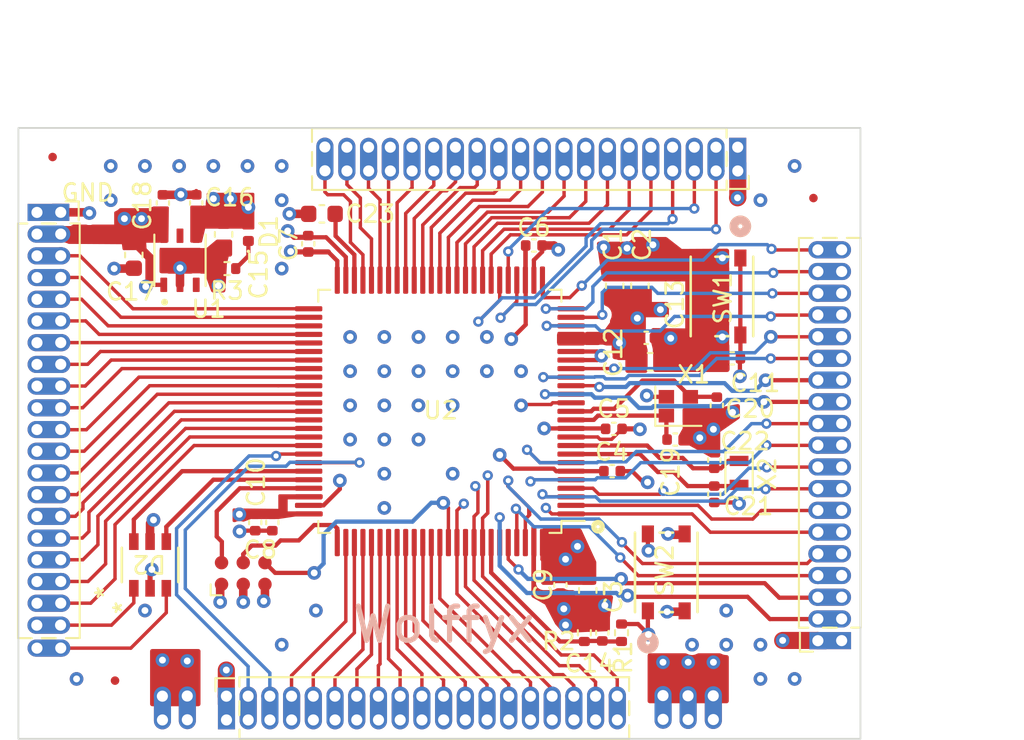
<source format=kicad_pcb>
(kicad_pcb (version 20240108) (generator "pcbnew") (generator_version "8.0")
  (title_block (date "2024-01-30") (rev "01"))
  (layers (0 "F.Cu" signal) (1 "In1.Cu" signal) (2 "In2.Cu" signal) (31 "B.Cu" signal) (34 "B.Paste" user) (35 "F.Paste" user) (36 "B.SilkS" user "B.Silkscreen") (37 "F.SilkS" user "F.Silkscreen") (38 "B.Mask" user) (39 "F.Mask" user) (44 "Edge.Cuts" user))
  (net 0 "")
  (net 1 "GND")
  (net 2 "+3.3V")
  (net 3 "NRST")
  (net 4 "/BOOT0")
  (net 5 "+5V")
  (net 6 "/LSE_IN")
  (net 7 "/LSE_OUT")
  (net 8 "/PWR_LED_K")
  (net 9 "Net-(D2-L1)")
  (net 10 "Net-(D2-L2)")
  (net 11 "/USB_D+")
  (net 12 "/USB_D-")
  (net 13 "/SWD_SWDIO")
  (net 14 "/SWD_SWCLK")
  (net 15 "/SWD_SWO")
  (net 16 "Net-(R1-Pad2)")
  (net 18 "/HSE_IN")
  (net 19 "/HSE_OUT")
  (net 20 "/PIN_2")
  (net 21 "/PIN_3")
  (net 22 "/PIN_4")
  (net 23 "/PIN_5")
  (net 24 "/PIN_6")
  (net 25 "/PIN_7")
  (net 26 "/PIN_10")
  (net 27 "/PIN_11")
  (net 28 "/PIN_12")
  (net 29 "/PIN_13")
  (net 30 "/PIN_14")
  (net 31 "/PIN_15")
  (net 32 "/PIN_16")
  (net 33 "/PIN_17")
  (net 34 "/PIN_18")
  (net 35 "/PIN_19")
  (net 36 "/PIN_20")
  (net 37 "/PIN_21")
  (net 38 "/PIN_22")
  (net 39 "/PIN_23")
  (net 40 "/PIN_24")
  (net 41 "/PIN_25")
  (net 42 "/PIN_26")
  (net 43 "/PIN_27")
  (net 44 "/PIN_28")
  (net 45 "/PIN_29")
  (net 46 "/PIN_30")
  (net 47 "/PIN_34")
  (net 48 "/PIN_35")
  (net 49 "/PIN_42")
  (net 50 "I2C_4_SCL")
  (net 51 "I2C_4_SDA")
  (net 52 "/PIN_45")
  (net 53 "/PIN_46")
  (net 54 "/PIN_47")
  (net 55 "/PIN_48")
  (net 56 "/PIN_49")
  (net 57 "/PIN_50")
  (net 58 "/PIN_51")
  (net 59 "/PIN_52")
  (net 60 "/PIN_53")
  (net 61 "/PIN_57")
  (net 62 "/PIN_58")
  (net 63 "/PIN_59")
  (net 64 "/PIN_60")
  (net 65 "/PIN_61")
  (net 66 "/PIN_62")
  (net 67 "/PIN_63")
  (net 68 "/PIN_64")
  (net 69 "/PIN_68")
  (net 70 "/PIN_74")
  (net 71 "/PIN_75")
  (net 72 "Net-(U2-VCAP)")
  (net 73 "/PIN_56")
  (net 74 "/PIN_38")
  (net 75 "I2C_2_SCL")
  (net 76 "I2C_2_SDA")
  (net 77 "SPI1_SCK")
  (net 78 "SPI1_MISO")
  (net 79 "SPI1_MOSI")
  (net 80 "USART 2 TX")
  (net 81 "USART 2 RX")
  (net 82 "USART 2 CK")
  (net 83 "USART 1 CK")
  (net 84 "USART 1 TX")
  (net 85 "USART 1 RX")
  (net 86 "USART 3 CK")
  (net 87 "USART 3 RX")
  (net 88 "USART 3 TX")
  (net 89 "I2C_3_SDA")
  (net 90 "I2C_3_SCL")
  (net 91 "I2C_1_SDA")
  (net 92 "I2C_1_SCL")
  (footprint "Capacitor_SMD:C_0402_1005Metric" (layer "F.Cu") (at 85.32 46.05)
    (property "Reference" "C13")
    (property "Value" "100nF")
  )
  (footprint "Capacitor_SMD:C_0402_1005Metric" (layer "F.Cu") (at 87.02 52)
    (property "Reference" "C19")
    (property "Value" "16pF")
  )
  (footprint "WolffyxLibrary:Castellated_PinHeader_1x1_P1.27mm" (layer "F.Cu") (at 57.025 67.01)
    (property "Reference" "J11" (hide yes))
    (property "Value" "PINHD_1x1" (hide yes))
  )
  (footprint "Resistor_SMD:R_0402_1005Metric" (layer "F.Cu") (at 83.875 63.3 90)
    (property "Reference" "R1")
    (property "Value" "220R")
  )
  (footprint "Capacitor_SMD:C_0402_1005Metric" (layer "F.Cu") (at 57.05 38.165 90)
    (property "Reference" "C18")
    (property "Value" "100nF")
  )
  (footprint "Crystal:Crystal_SMD_2012-2Pin_2.0x1.2mm" (layer "F.Cu") (at 90.75 53.95 -90)
    (property "Reference" "X2")
    (property "Value" "32khz")
  )
  (footprint "WolffyxLibrary:SW4_PTS815 SJM 250 SMTR LFS_CNK" (layer "F.Cu") (at 89.75 43.6308 -90)
    (property "Reference" "SW1")
    (property "Value" "PTS815 SJM 250 SMTR LFS" (hide yes))
  )
  (footprint "Crystal:Crystal_SMD_2016-4Pin_2.0x1.6mm" (layer "F.Cu") (at 87.2 50.05)
    (property "Reference" "X1")
    (property "Value" "48Mhz")
  )
  (footprint "WolffyxLibrary:Castellated_PinHeader_1x1_P1.27mm" (layer "F.Cu") (at 89.245 66.9875)
    (property "Reference" "J9" (hide yes))
    (property "Value" "PINHD_1x1")
  )
  (footprint "Capacitor_SMD:C_0402_1005Metric" (layer "F.Cu") (at 63.45 56.85 -90)
    (property "Reference" "C8")
    (property "Value" "100nF")
  )
  (footprint "Capacitor_SMD:C_0603_1608Metric" (layer "F.Cu") (at 66.35 38.8 180)
    (property "Reference" "C23")
    (property "Value" "4.7uF")
  )
  (footprint "WolffyxLibrary:Castellated_PinHeader_1x20_P1.27mm" (layer "F.Cu") (at 51.075 50.21 -90)
    (property "Reference" "J5" (hide yes))
    (property "Value" "Castellated_PINHD_1x20")
  )
  (footprint "Capacitor_SMD:C_0402_1005Metric" (layer "F.Cu") (at 90.35 47.25 180)
    (property "Reference" "C11")
    (property "Value" "100nF")
  )
  (footprint "WolffyxLibrary:Castellated_PinHeader_1x1_P1.27mm" (layer "F.Cu") (at 58.48 67)
    (property "Reference" "J10" (hide yes))
    (property "Value" "PINHD_1x1" (hide yes))
  )
  (footprint "WolffyxLibrary:Castellated_PinHeader_1x19_P1.27mm" (layer "F.Cu") (at 95.36 52.265 90)
    (property "Reference" "J4" (hide yes))
    (property "Value" "PINHD_1x19")
  )
  (footprint "Fiducial:Fiducial_0.5mm_Mask1.5mm" (layer "F.Cu") (at 54.25 66.1 180)
    (property "Reference" "FID2" (hide yes))
    (property "Value" "Fiducial")
  )
  (footprint "Capacitor_SMD:C_0402_1005Metric" (layer "F.Cu") (at 89.45 50 -90)
    (property "Reference" "C20")
    (property "Value" "16pF")
  )
  (footprint "Capacitor_SMD:C_0603_1608Metric" (layer "F.Cu") (at 55.35 41.205 -90)
    (property "Reference" "C17")
    (property "Value" "1uF")
  )
  (footprint "LED_SMD:LED_0402_1005Metric" (layer "F.Cu") (at 62.05 39.9 90)
    (property "Reference" "D1")
    (property "Value" "LED")
  )
  (footprint "Capacitor_SMD:C_0402_1005Metric" (layer "F.Cu") (at 89.3 55.2 -90)
    (property "Reference" "C21")
    (property "Value" "19pF")
  )
  (footprint "Resistor_SMD:R_0402_1005Metric" (layer "F.Cu") (at 81.7 63.3 -90)
    (property "Reference" "R2")
    (property "Value" "10k")
  )
  (footprint "Capacitor_SMD:C_0603_1608Metric" (layer "F.Cu") (at 60.6 40 -90)
    (property "Reference" "C15")
    (property "Value" "1uF")
  )
  (footprint "Resistor_SMD:R_0402_1005Metric" (layer "F.Cu") (at 60.8 42)
    (property "Reference" "R3")
    (property "Value" "1k5")
  )
  (footprint "WolffyxLibrary:Castellated_PinHeader_1x19_P1.27mm" (layer "F.Cu") (at 72.265 67.01)
    (property "Reference" "J3" (hide yes))
    (property "Value" "PINHD_1x19")
  )
  (footprint "Capacitor_SMD:C_0402_1005Metric" (layer "F.Cu") (at 59 38.165 90)
    (property "Reference" "C16")
    (property "Value" "100nF")
  )
  (footprint "Fiducial:Fiducial_0.5mm_Mask1.5mm" (layer "F.Cu") (at 95.1 37.875)
    (property "Reference" "FID3" (hide yes))
    (property "Value" "Fiducial")
  )
  (footprint "Capacitor_SMD:C_0402_1005Metric" (layer "F.Cu") (at 82.75 63.3 90)
    (property "Reference" "C14")
    (property "Value" "100nF")
  )
  (footprint "Connector:Tag-Connect_TC2030-IDC-NL_2x03_P1.27mm_Vertical" (layer "F.Cu") (at 61.75 59.835)
    (property "Reference" "J1" (hide yes))
    (property "Value" "TC2030")
  )
  (footprint "WolffyxLibrary:Castellated_PinHeader_1x20_P1.27mm" (layer "F.Cu") (at 79.175 36.29 180)
    (property "Reference" "J6" (hide yes))
    (property "Value" "Castellated_PINHD_1x20")
  )
  (footprint "Fiducial:Fiducial_0.5mm_Mask1.5mm" (layer "F.Cu") (at 50.6 35.475)
    (property "Reference" "FID1" (hide yes))
    (property "Value" "Fiducial")
  )
  (footprint "WolffyxLibrary:SOT23-6L_STM" (layer "F.Cu") (at 56.3 59.33475 90)
    (property "Reference" "D2")
    (property "Value" "USBLC6-4SC6")
  )
  (footprint "Capacitor_SMD:C_0402_1005Metric" (layer "F.Cu") (at 83.325 53.85)
    (property "Reference" "C4")
    (property "Value" "100nF")
  )
  (footprint "Capacitor_SMD:C_0402_1005Metric" (layer "F.Cu") (at 78.75 40.65)
    (property "Reference" "C6")
    (property "Value" "100nF")
  )
  (footprint "Capacitor_SMD:C_0603_1608Metric" (layer "F.Cu") (at 83.475 43 90)
    (property "Reference" "C1")
    (property "Value" "10nF")
  )
  (footprint "Capacitor_SMD:C_0603_1608Metric" (layer "F.Cu") (at 84.95 43 90)
    (property "Reference" "C2")
    (property "Value" "1uF")
  )
  (footprint "Capacitor_SMD:C_0402_1005Metric" (layer "F.Cu") (at 65.55 40.55 90)
    (property "Reference" "C7")
    (property "Value" "100nF")
  )
  (footprint "Package_QFP:LQFP-100_14x14mm_P0.5mm" (layer "F.Cu") (at 73.25 50.35 180)
    (property "Reference" "U2")
    (property "Value" "STM32U575VGT6")
  )
  (footprint "WolffyxLibrary:SW4_PTS815 SJM 250 SMTR LFS_CNK" (layer "F.Cu") (at 86.4915 59.7692 90)
    (property "Reference" "SW2")
    (property "Value" "PTS815 SJM 250 SMTR LFS" (hide yes))
  )
  (footprint "WolffyxLibrary:Castellated_PinHeader_1x1_P1.27mm" (layer "F.Cu") (at 86.305 66.975)
    (property "Reference" "J7" (hide yes))
    (property "Value" "PINHD_1x1")
  )
  (footprint "Capacitor_SMD:C_0603_1608Metric" (layer "F.Cu") (at 81.9 60.825 -90)
    (property "Reference" "C3")
    (property "Value" "10uF")
  )
  (footprint "Capacitor_SMD:C_0402_1005Metric" (layer "F.Cu") (at 83.425 51.375)
    (property "Reference" "C5")
    (property "Value" "100nF")
  )
  (footprint "WolffyxLibrary:Castellated_PinHeader_1x1_P1.27mm" (layer "F.Cu") (at 51.075 64.2 -90)
    (property "Reference" "J2" (hide yes))
    (property "Value" "PINHD_1x1")
  )
  (footprint "Capacitor_SMD:C_0402_1005Metric" (layer "F.Cu") (at 89.3 53.2 90)
    (property "Reference" "C22")
    (property "Value" "19pF")
  )
  (footprint "WolffyxLibrary:SON95P300X300X100-7N" (layer "F.Cu") (at 58.05 41.515 90)
    (property "Reference" "U1")
    (property "Value" "LD39050PU33R")
  )
  (footprint "Capacitor_SMD:C_0402_1005Metric" (layer "F.Cu") (at 62.45 56.85 -90)
    (property "Reference" "C10")
    (property "Value" "100nF")
  )
  (footprint "Capacitor_SMD:C_0402_1005Metric" (layer "F.Cu") (at 80.3 60.5 -90)
    (property "Reference" "C9")
    (property "Value" "100nF")
  )
  (footprint "WolffyxLibrary:Castellated_PinHeader_1x1_P1.27mm" (layer "F.Cu") (at 87.77 66.9875)
    (property "Reference" "J8" (hide yes))
    (property "Value" "PINHD_1x1")
  )
  (footprint "Capacitor_SMD:C_0603_1608Metric" (layer "F.Cu") (at 85.55 47.45)
    (property "Reference" "C12")
    (property "Value" "10uF")
  )
  (gr_circle (center 82.5 57.1) (end 82.6 57.1) (stroke (width 0.3)) (fill none) (layer "F.SilkS"))
  (gr_rect (start 48.6 33.775) (end 97.85 69.5) (stroke (width 0.1)) (fill none) (layer "Edge.Cuts"))
  (gr_text "Wolffyx" (at 68 64 0) (layer "B.SilkS") (effects (font (size 2 2) (thickness 0.3) (bold yes)) (justify left bottom)))
  (gr_text "GND" (at 51.025 38.15 0) (layer "F.SilkS") (effects (font (size 1 1)) (justify left bottom)))
  (segment (start 58.049999 41.9645) (end 58.049999 41.515001) (width 0.25) (layer "F.Cu") (net 1))
  (segment (start 64.72 40.17) (end 65.525 40.17) (width 0.3) (layer "F.Cu") (net 1))
  (segment (start 60.29 42.99) (end 60.3 43) (width 0.25) (layer "F.Cu") (net 1))
  (segment (start 85.4255 49.5) (end 86.5 49.5) (width 0.25) (layer "F.Cu") (net 1))
  (segment (start 52.71 38.71) (end 52.75 38.75) (width 0.5) (layer "F.Cu") (net 1))
  (segment (start 58.049999 41.9645) (end 58.0845 41.9645) (width 0.25) (layer "F.Cu") (net 1))
  (segment (start 93.3 63.75) (end 95.345 63.75) (width 1) (layer "F.Cu") (net 1))
  (segment (start 58.12 37.685) (end 58.1 37.665) (width 0.5) (layer "F.Cu") (net 1))
  (segment (start 84.95 51.4) (end 84.925 51.375) (width 0.3) (layer "F.Cu") (net 1))
  (segment (start 84.925 51.375) (end 83.905 51.375) (width 0.3) (layer "F.Cu") (net 1))
  (segment (start 51.075 38.71) (end 52.71 38.71) (width 0.5) (layer "F.Cu") (net 1))
  (segment (start 58.534999 42) (end 58.049999 41.515) (width 0.5) (layer "F.Cu") (net 1))
  (segment (start 67.4 54.892764) (end 66.442764 55.85) (width 0.25) (layer "F.Cu") (net 1))
  (segment (start 79.23 41.02) (end 79.23 40.65) (width 0.25) (layer "F.Cu") (net 1))
  (segment (start 57.05 37.685) (end 58.08 37.685) (width 0.5) (layer "F.Cu") (net 1))
  (segment (start 79.925 40.65) (end 79.23 40.65) (width 0.5) (layer "F.Cu") (net 1))
  (segment (start 58.049999 41.515001) (end 58.45 41.115) (width 0.25) (layer "F.Cu") (net 1))
  (segment (start 88.6808 41.375) (end 88.675001 41.380799) (width 0.25) (layer "F.Cu") (net 1))
  (segment (start 60.76 65.48) (end 60.76 67.005) (width 1) (layer "F.Cu") (net 1))
  (segment (start 58.0845 41.9645) (end 58.12 42) (width 0.25) (layer "F.Cu") (net 1))
  (segment (start 84.5 53.85) (end 83.805 53.85) (width 0.25) (layer "F.Cu") (net 1))
  (segment (start 66.442764 55.85) (end 65.575 55.85) (width 0.25) (layer "F.Cu") (net 1))
  (segment (start 80.175 40.9) (end 79.925 40.65) (width 0.5) (layer "F.Cu") (net 1))
  (segment (start 67.4 54.4) (end 67.4 54.892764) (width 0.25) (layer "F.Cu") (net 1))
  (segment (start 61.576509 57.33) (end 62.45 57.33) (width 0.25) (layer "F.Cu") (net 1))
  (segment (start 67.75 41.325) (end 67.75 42.675) (width 0.25) (layer "F.Cu") (net 1))
  (segment (start 64.35 39.8) (end 64.72 40.17) (width 0.3) (layer "F.Cu") (net 1))
  (segment (start 82.483866 51.85) (end 82.618866 51.985) (width 0.2) (layer "F.Cu") (net 1))
  (segment (start 95.345 63.75) (end 95.36 63.765) (width 1) (layer "F.Cu") (net 1))
  (segment (start 89.33 50.6) (end 89.45 50.48) (width 0.25) (layer "F.Cu") (net 1))
  (segment (start 82.45 46.85) (end 80.925 46.85) (width 0.25) (layer "F.Cu") (net 1))
  (segment (start 64.45 38.8) (end 65.575 38.8) (width 0.5) (layer "F.Cu") (net 1))
  (segment (start 89.7745 46.000584) (end 89.654717 45.880801) (width 0.25) (layer "F.Cu") (net 1))
  (segment (start 90.68 55.68) (end 89.3 55.68) (width 0.25) (layer "F.Cu") (net 1))
  (segment (start 63.02 61.38) (end 62.95 61.45) (width 0.5) (layer "F.Cu") (net 1))
  (segment (start 61.535034 57.371475) (end 61.576509 57.33) (width 0.25) (layer "F.Cu") (net 1))
  (segment (start 80 61.9) (end 80.5 61.9) (width 0.25) (layer "F.Cu") (net 1))
  (segment (start 78.75 58.025) (end 78.75 60.65) (width 0.25) (layer "F.Cu") (net 1))
  (segment (start 83.295 51.985) (end 83.905 51.375) (width 0.2) (layer "F.Cu") (net 1))
  (segment (start 63.02 60.47) (end 63.02 61.38) (width 0.5) (layer "F.Cu") (net 1))
  (segment (start 82.7 47.1) (end 82.45 47.35) (width 0.25) (layer "F.Cu") (net 1))
  (segment (start 59 37.685) (end 58.12 37.685) (width 0.5) (layer "F.Cu") (net 1))
  (segment (start 54.2 42) (end 55.33 42) (width 0.5) (layer "F.Cu") (net 1))
  (segment (start 59 37.465) (end 59 37.685) (width 0.25) (layer "F.Cu") (net 1))
  (segment (start 65.525 40.17) (end 66.595 40.17) (width 0.25) (layer "F.Cu") (net 1))
  (segment (start 55.33 42) (end 55.35 41.98) (width 0.25) (layer "F.Cu") (net 1))
  (segment (start 85.35 49.4245) (end 85.4255 49.5) (width 0.25) (layer "F.Cu") (net 1))
  (segment (start 82.45 47.35) (end 80.925 47.35) (width 0.25) (layer "F.Cu") (net 1))
  (segment (start 60.76 67.005) (end 60.765 67.01) (width 1) (layer "F.Cu") (net 1))
  (segment (start 90.44 50.48) (end 90.57 50.48) (width 0.25) (layer "F.Cu") (net 1))
  (segment (start 82.618866 51.985) (end 83.295 51.985) (width 0.2) (layer "F.Cu") (net 1))
  (segment (start 90.675 36.29) (end 90.675 37.845) (width 1) (layer "F.Cu") (net 1))
  (segment (start 66.595 40.17) (end 67.75 41.325) (width 0.25) (layer "F.Cu") (net 1))
  (segment (start 85.15 54.5) (end 84.5 53.85) (width 0.25) (layer "F.Cu") (net 1))
  (segment (start 78.75 60.65) (end 80 61.9) (width 0.25) (layer "F.Cu") (net 1))
  (segment (start 90.75 55.75) (end 90.68 55.68) (width 0.25) (layer "F.Cu") (net 1))
  (segment (start 85.55 40.75) (end 85.625 40.75) (width 0.25) (layer "F.Cu") (net 1))
  (segment (start 90.675 37.845) (end 90.66 37.86) (width 1) (layer "F.Cu") (net 1))
  (segment (start 80.925 51.85) (end 82.483866 51.85) (width 0.2) (layer "F.Cu") (net 1))
  (segment (start 63.45 57.33) (end 62.45 57.33) (width 0.25) (layer "F.Cu") (net 1))
  (segment (start 85.4 54.5) (end 85.15 54.5) (width 0.25) (layer "F.Cu") (net 1))
  (segment (start 56.3 59.7) (end 56.3 60.7) (width 0.3) (layer "F.Cu") (net 1))
  (segment (start 89 47.2495) (end 89.0005 47.25) (width 0.25) (layer "F.Cu") (net 1))
  (segment (start 58.08 37.685) (end 58.1 37.665) (width 0.5) (layer "F.Cu") (net 1))
  (segment (start 90.37 50.41) (end 90.44 50.48) (width 0.25) (layer "F.Cu") (net 1))
  (segment (start 58.049999 41.9645) (end 58.05 42.95) (width 0.5) (layer "F.Cu") (net 1))
  (segment (start 56.4 59.6) (end 56.3 59.7) (width 0.3) (layer "F.Cu") (net 1))
  (segment (start 82.7 47.1) (end 82.45 46.85) (width 0.25) (layer "F.Cu") (net 1))
  (segment (start 78.75 41.5) (end 79.23 41.02) (width 0.25) (layer "F.Cu") (net 1))
  (segment (start 78.75 42.675) (end 78.75 41.5) (width 0.25) (layer "F.Cu") (net 1))
  (via (at 89.775 41.375) (size 0.8) (drill 0.4) (layers "F.Cu" "B.Cu") (net 1))
  (via (at 68 46) (size 0.8) (drill 0.4) (layers "F.Cu" "B.Cu") (net 1))
  (via (at 72 52) (size 0.8) (drill 0.4) (layers "F.Cu" "B.Cu") (net 1))
  (via (at 94 66) (size 0.8) (drill 0.4) (layers "F.Cu" "B.Cu") (net 1))
  (via (at 67.4 54.4) (size 0.8) (drill 0.4) (layers "F.Cu" "B.Cu") (net 1))
  (via (at 70 50) (size 0.8) (drill 0.4) (layers "F.Cu" "B.Cu") (net 1))
  (via (at 52 66) (size 0.8) (drill 0.4) (layers "F.Cu" "B.Cu") (net 1))
  (via (at 58.049999 41.9645) (size 0.8) (drill 0.4) (layers "F.Cu" "B.Cu") (net 1))
  (via (at 82.7 47.1) (size 0.8) (drill 0.4) (layers "F.Cu" "B.Cu") (net 1))
  (via (at 56 62) (size 0.8) (drill 0.4) (layers "F.Cu" "B.Cu") (net 1))
  (via (at 88 64) (size 0.8) (drill 0.4) (layers "F.Cu" "B.Cu") (net 1))
  (via (at 62.95 61.45) (size 0.8) (drill 0.4) (layers "F.Cu" "B.Cu") (net 1))
  (via (at 90 62) (size 0.8) (drill 0.4) (layers "F.Cu" "B.Cu") (net 1))
  (via (at 70 56) (size 0.8) (drill 0.4) (layers "F.Cu" "B.Cu") (net 1))
  (via (at 86.75 46.075) (size 0.8) (drill 0.4) (layers "F.Cu" "B.Cu") (net 1))
  (via (at 72 48) (size 0.8) (drill 0.4) (layers "F.Cu" "B.Cu") (net 1))
  (via (at 74 54) (size 0.8) (drill 0.4) (layers "F.Cu" "B.Cu") (net 1))
  (via (at 64 64) (size 0.8) (drill 0.4) (layers "F.Cu" "B.Cu") (net 1))
  (via (at 52.75 38.75) (size 0.8) (drill 0.4) (layers "F.Cu" "B.Cu") (net 1))
  (via (at 68 48) (size 0.8) (drill 0.4) (layers "F.Cu" "B.Cu") (net 1))
  (via (at 70 52) (size 0.8) (drill 0.4) (layers "F.Cu" "B.Cu") (net 1))
  (via (at 80.5 61.9) (size 0.8) (drill 0.4) (layers "F.Cu" "B.Cu") (net 1))
  (via (at 88.45 51.9) (size 0.8) (drill 0.4) (layers "F.Cu" "B.Cu") (net 1))
  (via (at 58.1 37.665) (size 0.8) (drill 0.4) (layers "F.Cu" "B.Cu") (net 1))
  (via (at 60.76 65.48) (size 0.8) (drill 0.4) (layers "F.Cu" "B.Cu") (net 1))
  (via (at 60.3 43) (size 0.8) (drill 0.4) (layers "F.Cu" "B.Cu") (net 1))
  (via (at 80.175 40.9) (size 0.8) (drill 0.4) (layers "F.Cu" "B.Cu") (net 1))
  (via (at 93.3 63.75) (size 0.8) (drill 0.4) (layers "F.Cu" "B.Cu") (net 1))
  (via (at 64 42) (size 0.8) (drill 0.4) (layers "F.Cu" "B.Cu") (net 1))
  (via (at 70 46) (size 0.8) (drill 0.4) (layers "F.Cu" "B.Cu") (net 1))
  (via (at 61.535034 57.371475) (size 0.8) (drill 0.4) (layers "F.Cu" "B.Cu") (net 1))
  (via (at 90.75 55.75) (size 0.8) (drill 0.4) (layers "F.Cu" "B.Cu") (net 1))
  (via (at 89.25 51.4) (size 0.8) (drill 0.4) (layers "F.Cu" "B.Cu") (net 1))
  (via (at 62 36) (size 0.8) (drill 0.4) (layers "F.Cu" "B.Cu") (net 1))
  (via (at 92 64) (size 0.8) (drill 0.4) (layers "F.Cu" "B.Cu") (net 1))
  (via (at 64.35 39.8) (size 0.8) (drill 0.4) (layers "F.Cu" "B.Cu") (net 1))
  (via (at 64 38) (size 0.8) (drill 0.4) (layers "F.Cu" "B.Cu") (net 1))
  (via (at 90 64) (size 0.8) (drill 0.4) (layers "F.Cu" "B.Cu") (net 1))
  (via (at 85.35 49.4245) (size 0.8) (drill 0.4) (layers "F.Cu" "B.Cu") (net 1))
  (via (at 56.4 59.6) (size 0.8) (drill 0.4) (layers "F.Cu" "B.Cu") (net 1))
  (via (at 70 54) (size 0.8) (drill 0.4) (layers "F.Cu" "B.Cu") (net 1))
  (via (at 56 36) (size 0.8) (drill 0.4) (layers "F.Cu" "B.Cu") (net 1))
  (via (at 64.45 38.8) (size 0.8) (drill 0.4) (layers "F.Cu" "B.Cu") (net 1))
  (via (at 70 48) (size 0.8) (drill 0.4) (layers "F.Cu" "B.Cu") (net 1))
  (via (at 82.9 61.7) (size 0.8) (drill 0.4) (layers "F.Cu" "B.Cu") (net 1))
  (via (at 78 48) (size 0.8) (drill 0.4) (layers "F.Cu" "B.Cu") (net 1))
  (via (at 64 36) (size 0.8) (drill 0.4) (layers "F.Cu" "B.Cu") (net 1))
  (via (at 72 46) (size 0.8) (drill 0.4) (layers "F.Cu" "B.Cu") (net 1))
  (via (at 58 36) (size 0.8) (drill 0.4) (layers "F.Cu" "B.Cu") (net 1))
  (via (at 84.2 40.8005) (size 0.8) (drill 0.4) (layers "F.Cu" "B.Cu") (net 1))
  (via (at 92 66) (size 0.8) (drill 0.4) (layers "F.Cu" "B.Cu") (net 1))
  (via (at 74 46) (size 0.8) (drill 0.4) (layers "F.Cu" "B.Cu") (net 1))
  (via (at 54 38) (size 0.8) (drill 0.4) (layers "F.Cu" "B.Cu") (net 1))
  (via (at 74 50) (size 0.8) (drill 0.4) (layers "F.Cu" "B.Cu") (net 1))
  (via (at 90.37 50.41) (size 0.8) (drill 0.4) (layers "F.Cu" "B.Cu") (net 1))
  (via (at 76 46) (size 0.8) (drill 0.4) (layers "F.Cu" "B.Cu") (net 1))
  (via (at 54.2 42) (size 0.8) (drill 0.4) (layers "F.Cu" "B.Cu") (net 1))
  (via (at 84.95 51.4) (size 0.8) (drill 0.4) (layers "F.Cu" "B.Cu") (net 1))
  (via (at 68 52) (size 0.8) (drill 0.4) (layers "F.Cu" "B.Cu") (net 1))
  (via (at 76 48) (size 0.8) (drill 0.4) (layers "F.Cu" "B.Cu") (net 1))
  (via (at 85.4 54.5) (size 0.8) (drill 0.4) (layers "F.Cu" "B.Cu") (net 1))
  (via (at 68 50) (size 0.8) (drill 0.4) (layers "F.Cu" "B.Cu") (net 1))
  (via (at 60 36) (size 0.8) (drill 0.4) (layers "F.Cu" "B.Cu") (net 1))
  (via (at 80.6 62.85) (size 0.8) (drill 0.4) (layers "F.Cu" "B.Cu") (net 1))
  (via (at 54 36) (size 0.8) (drill 0.4) (layers "F.Cu" "B.Cu") (net 1))
  (via (at 89.7745 46.000584) (size 0.8) (drill 0.4) (layers "F.Cu" "B.Cu") (net 1))
  (via (at 82.829719 40.752899) (size 0.8) (drill 0.4) (layers "F.Cu" "B.Cu") (net 1))
  (via (at 85.71 40.61) (size 0.8) (drill 0.4) (layers "F.Cu" "B.Cu") (net 1))
  (via (at 94 36) (size 0.8) (drill 0.4) (layers "F.Cu" "B.Cu") (net 1))
  (via (at 74 48) (size 0.8) (drill 0.4) (layers "F.Cu" "B.Cu") (net 1))
  (via (at 90.66 37.86) (size 0.8) (drill 0.4) (layers "F.Cu" "B.Cu") (net 1))
  (via (at 72 50) (size 0.8) (drill 0.4) (layers "F.Cu" "B.Cu") (net 1))
  (via (at 66 62) (size 0.8) (drill 0.4) (layers "F.Cu" "B.Cu") (net 1))
  (via (at 92 38) (size 0.8) (drill 0.4) (layers "F.Cu" "B.Cu") (net 1))
  (segment (start 79.909236 53.702) (end 80.057236 53.85) (width 0.25) (layer "F.Cu") (net 2))
  (segment (start 67.25 41.55) (end 67.25 42.675) (width 0.25) (layer "F.Cu") (net 2))
  (segment (start 77.425 46.125) (end 78.27 45.28) (width 0.25) (layer "F.Cu") (net 2))
  (segment (start 60.4 60.55) (end 60.48 60.47) (width 0.5) (layer "F.Cu") (net 2))
  (segment (start 84.84 47.385) (end 84.775 47.45) (width 0.25) (layer "F.Cu") (net 2))
  (segment (start 80.3 60.02) (end 81.87 60.02) (width 0.25) (layer "F.Cu") (net 2))
  (segment (start 80.057236 53.85) (end 80.925 53.85) (width 0.25) (layer "F.Cu") (net 2))
  (segment (start 81.35 59) (end 81.9 59.55) (width 0.25) (layer "F.Cu") (net 2))
  (segment (start 86.5915 57.5192) (end 86.641499 57.569199) (width 0.5) (layer "F.Cu") (net 2))
  (segment (start 86.641499 57.569199) (end 87.566499 57.569199) (width 0.5) (layer "F.Cu") (net 2))
  (segment (start 84.8 44.9) (end 84.85 44.85) (width 0.25) (layer "F.Cu") (net 2))
  (segment (start 79.35 59.1) (end 79.25 59) (width 0.25) (layer "F.Cu") (net 2))
  (segment (start 81.3 58.25) (end 81.9 58.85) (width 0.25) (layer "F.Cu") (net 2))
  (segment (start 60.4 61.5) (end 60.4 60.55) (width 0.5) (layer "F.Cu") (net 2))
  (segment (start 77.552 53.702) (end 79.909236 53.702) (width 0.25) (layer "F.Cu") (net 2))
  (segment (start 80.6 59) (end 81.35 59) (width 0.25) (layer "F.Cu") (net 2))
  (segment (start 86.5415 62.0692) (end 87.566498 62.0692) (width 0.5) (layer "F.Cu") (net 2))
  (segment (start 82.92 51.35) (end 82.945 51.375) (width 0.2) (layer "F.Cu") (net 2))
  (segment (start 85.025 43.85) (end 84.95 43.775) (width 0.25) (layer "F.Cu") (net 2))
  (segment (start 84.85 44.85) (end 84.85 43.85) (width 0.25) (layer "F.Cu") (net 2))
  (segment (start 81.9 58.85) (end 81.9 60.05) (width 0.25) (layer "F.Cu") (net 2))
  (segment (start 87.566498 62.0692) (end 87.566499 62.069201) (width 0.5) (layer "F.Cu") (net 2))
  (segment (start 84.8 44.9) (end 84.84 44.94) (width 0.25) (layer "F.Cu") (net 2))
  (segment (start 78.27 45.28) (end 78.27 40.65) (width 0.25) (layer "F.Cu") (net 2))
  (segment (start 79.35 51.35) (end 80.925 51.35) (width 0.25) (layer "F.Cu") (net 2))
  (segment (start 80.925 51.35) (end 82.92 51.35) (width 0.25) (layer "F.Cu") (net 2))
  (segment (start 64.525 41) (end 64.55 41.025) (width 0.25) (layer "F.Cu") (net 2))
  (segment (start 76.75 52.9) (end 77.552 53.702) (width 0.25) (layer "F.Cu") (net 2))
  (segment (start 80.6 59) (end 80.5 59.1) (width 0.25) (layer "F.Cu") (net 2))
  (segment (start 81.87 60.02) (end 81.9 60.05) (width 0.25) (layer "F.Cu") (net 2))
  (segment (start 79.25 59) (end 79.25 58.025) (width 0.25) (layer "F.Cu") (net 2))
  (segment (start 80.5 59.1) (end 79.35 59.1) (width 0.25) (layer "F.Cu") (net 2))
  (segment (start 66.725 41.025) (end 67.25 41.55) (width 0.25) (layer "F.Cu") (net 2))
  (segment (start 80.27 60.05) (end 80.3 60.02) (width 0.25) (layer "F.Cu") (net 2))
  (segment (start 78.25 40.67) (end 78.27 40.65) (width 0.25) (layer "F.Cu") (net 2))
  (segment (start 81.9 59.55) (end 81.9 60.05) (width 0.25) (layer "F.Cu") (net 2))
  (segment (start 80.925 53.85) (end 82.845 53.85) (width 0.25) (layer "F.Cu") (net 2))
  (segment (start 78.25 42.675) (end 78.25 40.67) (width 0.25) (layer "F.Cu") (net 2))
  (segment (start 64.55 41.025) (end 66.725 41.025) (width 0.3) (layer "F.Cu") (net 2))
  (via (at 86.3 65.025) (size 0.8) (drill 0.4) (layers "F.Cu" "B.Cu") (net 2))
  (via (at 62.05 38.415) (size 0.8) (drill 0.4) (layers "F.Cu" "B.Cu") (net 2))
  (via (at 81.3 58.25) (size 0.8) (drill 0.4) (layers "F.Cu" "B.Cu") (net 2))
  (via (at 86.15 44.4) (size 0.8) (drill 0.4) (layers "F.Cu" "B.Cu") (net 2))
  (via (at 84.8 44.9) (size 0.8) (drill 0.4) (layers "F.Cu" "B.Cu") (net 2))
  (via (at 76.75 52.9) (size 0.8) (drill 0.4) (layers "F.Cu" "B.Cu") (net 2))
  (via (at 89.25 65.025) (size 0.8) (drill 0.4) (layers "F.Cu" "B.Cu") (net 2))
  (via (at 83.75 46.35) (size 0.8) (drill 0.4) (layers "F.Cu" "B.Cu") (net 2))
  (via (at 64.525 41) (size 0.8) (drill 0.4) (layers "F.Cu" "B.Cu") (net 2))
  (via (at 86.5415 62.0692) (size 0.8) (drill 0.4) (layers "F.Cu" "B.Cu") (net 2))
  (via (at 80.6 59) (size 0.8) (drill 0.4) (layers "F.Cu" "B.Cu") (net 2))
  (via (at 60.4 61.5) (size 0.8) (drill 0.4) (layers "F.Cu" "B.Cu") (net 2))
  (via (at 61.524151 56.372032) (size 0.8) (drill 0.4) (layers "F.Cu" "B.Cu") (net 2))
  (via (at 77.425 46.125) (size 0.8) (drill 0.4) (layers "F.Cu" "B.Cu") (net 2))
  (via (at 61 37.915) (size 0.8) (drill 0.4) (layers "F.Cu" "B.Cu") (net 2))
  (via (at 60 37.915) (size 0.8) (drill 0.4) (layers "F.Cu" "B.Cu") (net 2))
  (via (at 79.35 51.35) (size 0.8) (drill 0.4) (layers "F.Cu" "B.Cu") (net 2))
  (via (at 87.775 65.025) (size 0.8) (drill 0.4) (layers "F.Cu" "B.Cu") (net 2))
  (via (at 86.5915 57.5192) (size 0.8) (drill 0.4) (layers "F.Cu" "B.Cu") (net 2))
  (segment (start 90.83 45.885802) (end 90.824999 45.880801) (width 0.25) (layer "F.Cu") (net 3))
  (segment (start 78 50) (end 78.05 49.95) (width 0.2) (layer "F.Cu") (net 3))
  (segment (start 90.7 48.4) (end 90.8 48.3) (width 0.25) (layer "F.Cu") (net 3))
  (segment (start 90.8 47.28) (end 90.83 47.25) (width 0.25) (layer "F.Cu") (net 3))
  (segment (start 90.824999 45.880801) (end 90.824999 41.380799) (width 0.25) (layer "F.Cu") (net 3))
  (segment (start 90.8 48.3) (end 90.8 47.28) (width 0.25) (layer "F.Cu") (net 3))
  (segment (start 78.05 49.95) (end 79.75 49.95) (width 0.2) (layer "F.Cu") (net 3))
  (segment (start 79.75 49.95) (end 79.85 49.85) (width 0.2) (layer "F.Cu") (net 3))
  (segment (start 90.83 47.25) (end 90.83 45.885802) (width 0.25) (layer "F.Cu") (net 3))
  (segment (start 61.75 61.5) (end 61.75 60.47) (width 0.5) (layer "F.Cu") (net 3))
  (segment (start 79.85 49.85) (end 80.925 49.85) (width 0.2) (layer "F.Cu") (net 3))
  (via (at 61.75 61.5) (size 0.8) (drill 0.4) (layers "F.Cu" "B.Cu") (net 3))
  (via (at 78 50) (size 0.8) (drill 0.4) (layers "F.Cu" "B.Cu") (net 3))
  (via (at 90.8 48.3) (size 0.8) (drill 0.4) (layers "F.Cu" "B.Cu") (net 3))
  (segment (start 80.276116 63.81) (end 81.7 63.81) (width 0.25) (layer "F.Cu") (net 4))
  (segment (start 81.755 63.78) (end 81.7 63.835) (width 0.25) (layer "F.Cu") (net 4))
  (segment (start 81.685 63.85) (end 81.7 63.835) (width 0.25) (layer "F.Cu") (net 4))
  (segment (start 76.25 59.783884) (end 80.276116 63.81) (width 0.25) (layer "F.Cu") (net 4))
  (segment (start 76.25 58.025) (end 76.25 59.783884) (width 0.25) (layer "F.Cu") (net 4))
  (segment (start 82.8 63.78) (end 81.755 63.78) (width 0.25) (layer "F.Cu") (net 4))
  (segment (start 83.875 63.81) (end 82.83 63.81) (width 0.25) (layer "F.Cu") (net 4))
  (segment (start 82.83 63.81) (end 82.8 63.78) (width 0.25) (layer "F.Cu") (net 4))
  (segment (start 56.275 41.355) (end 55.35 40.43) (width 0.5) (layer "F.Cu") (net 5))
  (segment (start 56.275 42.825) (end 56.275 41.355) (width 0.5) (layer "F.Cu") (net 5))
  (segment (start 56.3 56.9) (end 56.5 56.7) (width 0.25) (layer "F.Cu") (net 5))
  (segment (start 56.05 43.05) (end 56.15 42.95) (width 0.25) (layer "F.Cu") (net 5))
  (segment (start 56.3 57.9695) (end 56.3 56.9) (width 0.5) (layer "F.Cu") (net 5))
  (segment (start 56.15 42.95) (end 57.1 42.95) (width 0.25) (layer "F.Cu") (net 5))
  (segment (start 56.05 43.05) (end 56.275 42.825) (width 0.5) (layer "F.Cu") (net 5))
  (via (at 56.05 43.05) (size 0.8) (drill 0.4) (layers "F.Cu" "B.Cu") (net 5))
  (via (at 54.8 39.08) (size 0.8) (drill 0.4) (layers "F.Cu" "B.Cu") (net 5))
  (via (at 57.025 64.9) (size 0.8) (drill 0.4) (layers "F.Cu" "B.Cu") (net 5))
  (via (at 55.8 39.08) (size 0.8) (drill 0.4) (layers "F.Cu" "B.Cu") (net 5))
  (via (at 56.5 56.7) (size 0.8) (drill 0.4) (layers "F.Cu" "B.Cu") (net 5))
  (via (at 58.475 64.95) (size 0.8) (drill 0.4) (layers "F.Cu" "B.Cu") (net 5))
  (segment (start 90.68 54.72) (end 90.75 54.65) (width 0.25) (layer "F.Cu") (net 6))
  (segment (start 86.925 53.9) (end 87.745 54.72) (width 0.25) (layer "F.Cu") (net 6))
  (segment (start 89.3 54.72) (end 90.68 54.72) (width 0.25) (layer "F.Cu") (net 6))
  (segment (start 87.745 54.72) (end 89.3 54.72) (width 0.25) (layer "F.Cu") (net 6))
  (segment (start 86 53.9) (end 86.925 53.9) (width 0.25) (layer "F.Cu") (net 6))
  (segment (start 84.95 52.85) (end 86 53.9) (width 0.25) (layer "F.Cu") (net 6))
  (segment (start 80.925 52.85) (end 84.95 52.85) (width 0.25) (layer "F.Cu") (net 6))
  (segment (start 87.45 53.075) (end 88.055 53.68) (width 0.25) (layer "F.Cu") (net 7))
  (segment (start 89.3 53.68) (end 89.695 53.68) (width 0.25) (layer "F.Cu") (net 7))
  (segment (start 85.375 52.35) (end 86.1 53.075) (width 0.25) (layer "F.Cu") (net 7))
  (segment (start 80.925 52.35) (end 85.375 52.35) (width 0.25) (layer "F.Cu") (net 7))
  (segment (start 88.055 53.68) (end 89.3 53.68) (width 0.25) (layer "F.Cu") (net 7))
  (segment (start 90.125 53.25) (end 90.75 53.25) (width 0.25) (layer "F.Cu") (net 7))
  (segment (start 86.1 53.075) (end 87.45 53.075) (width 0.25) (layer "F.Cu") (net 7))
  (segment (start 89.695 53.68) (end 90.125 53.25) (width 0.25) (layer "F.Cu") (net 7))
  (segment (start 62.05 41.26) (end 62.05 40.385) (width 0.25) (layer "F.Cu") (net 8))
  (segment (start 61.31 42) (end 62.05 41.26) (width 0.25) (layer "F.Cu") (net 8))
  (segment (start 55.349999 60.7) (end 55.349999 61.550001) (width 0.2) (layer "F.Cu") (net 9))
  (segment (start 55.349999 61.550001) (end 54.045 62.855) (width 0.2) (layer "F.Cu") (net 9))
  (segment (start 54.045 62.855) (end 51.065 62.855) (width 0.2) (layer "F.Cu") (net 9))
  (segment (start 57.250001 60.7) (end 57.250001 62.124999) (width 0.2) (layer "F.Cu") (net 10))
  (segment (start 55.175 64.2) (end 51.08 64.2) (width 0.2) (layer "F.Cu") (net 10))
  (segment (start 51.08 64.2) (end 51.075 64.195) (width 0.2) (layer "F.Cu") (net 10))
  (segment (start 57.250001 62.124999) (end 55.175 64.2) (width 0.2) (layer "F.Cu") (net 10))
  (segment (start 57.250001 57.099999) (end 57.250001 57.9695) (width 0.25) (layer "F.Cu") (net 11))
  (segment (start 65.575 54.35) (end 60 54.35) (width 0.25) (layer "F.Cu") (net 11))
  (segment (start 60 54.35) (end 57.250001 57.099999) (width 0.25) (layer "F.Cu") (net 11))
  (segment (start 55.349999 56.675001) (end 55.349999 57.9695) (width 0.25) (layer "F.Cu") (net 12))
  (segment (start 58.175 53.85) (end 55.349999 56.675001) (width 0.25) (layer "F.Cu") (net 12))
  (segment (start 65.575 53.85) (end 58.175 53.85) (width 0.25) (layer "F.Cu") (net 12))
  (segment (start 60.2 56.2) (end 61.55 54.85) (width 0.25) (layer "F.Cu") (net 13))
  (segment (start 60.49 59.21) (end 60.5 59.2) (width 0.25) (layer "F.Cu") (net 13))
  (segment (start 60.5 59.2) (end 60.5 57.975305) (width 0.25) (layer "F.Cu") (net 13))
  (segment (start 60.5 57.975305) (end 60.2 57.675305) (width 0.25) (layer "F.Cu") (net 13))
  (segment (start 61.55 54.85) (end 65.575 54.85) (width 0.25) (layer "F.Cu") (net 13))
  (segment (start 60.2 57.675305) (end 60.2 56.2) (width 0.25) (layer "F.Cu") (net 13))
  (segment (start 62.25 58.2) (end 63.637198 58.2) (width 0.25) (layer "F.Cu") (net 14))
  (segment (start 67.25 57.2) (end 67.25 58.025) (width 0.25) (layer "F.Cu") (net 14))
  (segment (start 63.937198 57.9) (end 65 57.9) (width 0.25) (layer "F.Cu") (net 14))
  (segment (start 63.637198 58.2) (end 63.937198 57.9) (width 0.25) (layer "F.Cu") (net 14))
  (segment (start 61.75 58.7) (end 62.25 58.2) (width 0.25) (layer "F.Cu") (net 14))
  (segment (start 65 57.9) (end 65.9 57) (width 0.25) (layer "F.Cu") (net 14))
  (segment (start 67.05 57) (end 67.25 57.2) (width 0.25) (layer "F.Cu") (net 14))
  (segment (start 61.75 59.2) (end 61.75 58.7) (width 0.25) (layer "F.Cu") (net 14))
  (segment (start 65.9 57) (end 67.05 57) (width 0.25) (layer "F.Cu") (net 14))
  (segment (start 73.45 55.7) (end 73.75 56) (width 0.2) (layer "F.Cu") (net 15))
  (segment (start 73.75 56) (end 73.75 58.025) (width 0.2) (layer "F.Cu") (net 15))
  (segment (start 63.62 59.8) (end 63.02 59.2) (width 0.25) (layer "F.Cu") (net 15))
  (segment (start 65.9 59.8) (end 63.62 59.8) (width 0.25) (layer "F.Cu") (net 15))
  (via (at 73.45 55.7) (size 0.8) (drill 0.4) (layers "F.Cu" "B.Cu") (net 15))
  (via (at 65.9 59.8) (size 0.8) (drill 0.4) (layers "F.Cu" "B.Cu") (net 15))
  (segment (start 71.65 56.8) (end 72.75 55.7) (width 0.25) (layer "B.Cu") (net 15))
  (segment (start 67.2 56.8) (end 71.65 56.8) (width 0.25) (layer "B.Cu") (net 15))
  (segment (start 66.45 57.55) (end 67.2 56.8) (width 0.25) (layer "B.Cu") (net 15))
  (segment (start 66.45 59.25) (end 66.45 57.55) (width 0.25) (layer "B.Cu") (net 15))
  (segment (start 72.75 55.7) (end 73.45 55.7) (width 0.25) (layer "B.Cu") (net 15))
  (segment (start 65.9 59.8) (end 66.45 59.25) (width 0.25) (layer "B.Cu") (net 15))
  (segment (start 84.84 62.79) (end 83.875 62.79) (width 0.25) (layer "F.Cu") (net 16))
  (segment (start 85.45 58.5) (end 85.416501 58.466501) (width 0.25) (layer "F.Cu") (net 16))
  (segment (start 84 62.665) (end 83.875 62.79) (width 0.25) (layer "F.Cu") (net 16))
  (segment (start 85.416501 63.366501) (end 85.416501 62.019201) (width 0.25) (layer "F.Cu") (net 16))
  (segment (start 85.45 63.4) (end 84.84 62.79) (width 0.25) (layer "F.Cu") (net 16))
  (segment (start 85.416501 58.466501) (end 85.416501 57.519199) (width 0.25) (layer "F.Cu") (net 16))
  (segment (start 85.45 63.4) (end 85.416501 63.366501) (width 0.25) (layer "F.Cu") (net 16))
  (segment (start 85.416501 57.444201) (end 85.416501 57.569199) (width 0.5) (layer "F.Cu") (net 16))
  (via (at 85.45 58.5) (size 0.8) (drill 0.4) (layers "F.Cu" "B.Cu") (net 16))
  (via (at 85.45 63.4) (size 0.8) (drill 0.4) (layers "F.Cu" "B.Cu") (net 16))
  (segment (start 80.925 50.85) (end 82.25 50.85) (width 0.25) (layer "F.Cu") (net 18))
  (segment (start 82.5 50.6) (end 86.5 50.6) (width 0.25) (layer "F.Cu") (net 18))
  (segment (start 86.5 51.96) (end 86.54 52) (width 0.25) (layer "F.Cu") (net 18))
  (segment (start 86.5 50.6) (end 86.5 51.96) (width 0.25) (layer "F.Cu") (net 18))
  (segment (start 82.25 50.85) (end 82.5 50.6) (width 0.25) (layer "F.Cu") (net 18))
  (segment (start 87.9 49.5) (end 89.43 49.5) (width 0.25) (layer "F.Cu") (net 19))
  (segment (start 83.45 50.2) (end 85.1 48.55) (width 0.25) (layer "F.Cu") (net 19))
  (segment (start 86.95 48.55) (end 87.9 49.5) (width 0.25) (layer "F.Cu") (net 19))
  (segment (start 89.43 49.5) (end 89.45 49.52) (width 0.25) (layer "F.Cu") (net 19))
  (segment (start 80.925 50.35) (end 82.1 50.35) (width 0.25) (layer "F.Cu") (net 19))
  (segment (start 85.1 48.55) (end 86.95 48.55) (width 0.25) (layer "F.Cu") (net 19))
  (segment (start 82.1 50.35) (end 82.25 50.2) (width 0.25) (layer "F.Cu") (net 19))
  (segment (start 82.25 50.2) (end 83.45 50.2) (width 0.25) (layer "F.Cu") (net 19))
  (segment (start 88 56.35) (end 89.07 57.42) (width 0.2) (layer "F.Cu") (net 20))
  (segment (start 89.07 57.42) (end 95.3 57.42) (width 0.2) (layer "F.Cu") (net 20))
  (segment (start 80.925 56.35) (end 88 56.35) (width 0.2) (layer "F.Cu") (net 20))
  (segment (start 79.8 56.35) (end 80.925 56.35) (width 0.2) (layer "F.Cu") (net 20))
  (segment (start 96.685 57.42) (end 96.69 57.415) (width 0.2) (layer "F.Cu") (net 20))
  (segment (start 79.45 56) (end 79.8 56.35) (width 0.2) (layer "F.Cu") (net 20))
  (via (at 79.45 56) (size 0.6) (drill 0.3) (layers "F.Cu" "B.Cu") (net 20))
  (segment (start 80.925 55.85) (end 88.35 55.85) (width 0.2) (layer "F.Cu") (net 21))
  (segment (start 88.35 55.85) (end 89.15 56.65) (width 0.2) (layer "F.Cu") (net 21))
  (segment (start 91.55 56.65) (end 92.05 56.15) (width 0.2) (layer "F.Cu") (net 21))
  (segment (start 92.05 56.15) (end 95.3 56.15) (width 0.2) (layer "F.Cu") (net 21))
  (segment (start 89.15 56.65) (end 91.55 56.65) (width 0.2) (layer "F.Cu") (net 21))
  (segment (start 79.25 55.2) (end 79.4 55.35) (width 0.2) (layer "F.Cu") (net 22))
  (segment (start 92.32 54.88) (end 95.3 54.88) (width 0.2) (layer "F.Cu") (net 22))
  (segment (start 92.3 54.9) (end 92.32 54.88) (width 0.2) (layer "F.Cu") (net 22))
  (segment (start 79.4 55.35) (end 80.925 55.35) (width 0.2) (layer "F.Cu") (net 22))
  (via (at 92.3 54.9) (size 0.6) (drill 0.3) (layers "F.Cu" "B.Cu") (net 22))
  (via (at 79.25 55.2) (size 0.6) (drill 0.3) (layers "F.Cu" "B.Cu") (net 22))
  (segment (start 90.61005 54.9) (end 92.3 54.9) (width 0.2) (layer "B.Cu") (net 22))
  (segment (start 79.4 55.35) (end 82.363713 55.35) (width 0.2) (layer "B.Cu") (net 22))
  (segment (start 82.613713 55.6) (end 89.91005 55.6) (width 0.2) (layer "B.Cu") (net 22))
  (segment (start 89.91005 55.6) (end 90.61005 54.9) (width 0.2) (layer "B.Cu") (net 22))
  (segment (start 82.363713 55.35) (end 82.613713 55.6) (width 0.2) (layer "B.Cu") (net 22))
  (segment (start 79.25 55.2) (end 79.4 55.35) (width 0.2) (layer "B.Cu") (net 22))
  (segment (start 82.2 54.85) (end 80.925 54.85) (width 0.2) (layer "F.Cu") (net 23))
  (segment (start 92.39 53.61) (end 95.3 53.61) (width 0.2) (layer "F.Cu") (net 23))
  (segment (start 82.55 55.2) (end 82.2 54.85) (width 0.2) (layer "F.Cu") (net 23))
  (segment (start 86.325 55.0005) (end 86.1255 55.2) (width 0.2) (layer "F.Cu") (net 23))
  (segment (start 92.375 53.625) (end 92.39 53.61) (width 0.2) (layer "F.Cu") (net 23))
  (segment (start 86.1255 55.2) (end 82.55 55.2) (width 0.2) (layer "F.Cu") (net 23))
  (via (at 86.325 55.0005) (size 0.6) (drill 0.3) (layers "F.Cu" "B.Cu") (net 23))
  (via (at 92.375 53.625) (size 0.6) (drill 0.3) (layers "F.Cu" "B.Cu") (net 23))
  (segment (start 86.325 55.0005) (end 86.5245 55.2) (width 0.2) (layer "B.Cu") (net 23))
  (segment (start 89.8 55.2) (end 91.323 53.677) (width 0.2) (layer "B.Cu") (net 23))
  (segment (start 91.323 53.677) (end 92.323 53.677) (width 0.2) (layer "B.Cu") (net 23))
  (segment (start 86.5245 55.2) (end 89.8 55.2) (width 0.2) (layer "B.Cu") (net 23))
  (segment (start 92.323 53.677) (end 92.375 53.625) (width 0.2) (layer "B.Cu") (net 23))
  (segment (start 78.65 54.35) (end 80.925 54.35) (width 0.2) (layer "F.Cu") (net 24))
  (segment (start 78.55 54.45) (end 78.65 54.35) (width 0.2) (layer "F.Cu") (net 24))
  (segment (start 92.35 52.325) (end 92.365 52.34) (width 0.2) (layer "F.Cu") (net 24))
  (segment (start 92.365 52.34) (end 95.3 52.34) (width 0.2) (layer "F.Cu") (net 24))
  (via (at 78.55 54.45) (size 0.6) (drill 0.3) (layers "F.Cu" "B.Cu") (net 24))
  (via (at 92.35 52.325) (size 0.6) (drill 0.3) (layers "F.Cu" "B.Cu") (net 24))
  (segment (start 92.35 52.325) (end 91.325 53.35) (width 0.2) (layer "B.Cu") (net 24))
  (segment (start 82.339229 54.35) (end 78.65 54.35) (width 0.2) (layer "B.Cu") (net 24))
  (segment (start 84.112242 54.237758) (end 82.451471 54.237758) (width 0.2) (layer "B.Cu") (net 24))
  (segment (start 82.451471 54.237758) (end 82.339229 54.35) (width 0.2) (layer "B.Cu") (net 24))
  (segment (start 78.65 54.35) (end 78.55 54.45) (width 0.2) (layer "B.Cu") (net 24))
  (segment (start 85 53.35) (end 84.112242 54.237758) (width 0.2) (layer "B.Cu") (net 24))
  (segment (start 91.325 53.35) (end 85 53.35) (width 0.2) (layer "B.Cu") (net 24))
  (segment (start 78.35 52.6) (end 79.1 53.35) (width 0.2) (layer "F.Cu") (net 25))
  (segment (start 92.35 51.07) (end 95.3 51.07) (width 0.2) (layer "F.Cu") (net 25))
  (segment (start 79.1 53.35) (end 80.925 53.35) (width 0.2) (layer "F.Cu") (net 25))
  (via (at 78.35 52.6) (size 0.6) (drill 0.3) (layers "F.Cu" "B.Cu") (net 25))
  (via (at 92.35 51.07) (size 0.6) (drill 0.3) (layers "F.Cu" "B.Cu") (net 25))
  (segment (start 89.85 52.7) (end 84.73995 52.7) (width 0.2) (layer "B.Cu") (net 25))
  (segment (start 79.1 53.35) (end 78.35 52.6) (width 0.2) (layer "B.Cu") (net 25))
  (segment (start 82.45 53.35) (end 79.1 53.35) (width 0.2) (layer "B.Cu") (net 25))
  (segment (start 92.35 51.07) (end 91.48 51.07) (width 0.2) (layer "B.Cu") (net 25))
  (segment (start 84.73995 52.7) (end 84.13995 53.3) (width 0.2) (layer "B.Cu") (net 25))
  (segment (start 91.48 51.07) (end 89.85 52.7) (width 0.2) (layer "B.Cu") (net 25))
  (segment (start 82.5 53.3) (end 82.45 53.35) (width 0.2) (layer "B.Cu") (net 25))
  (segment (start 84.13995 53.3) (end 82.5 53.3) (width 0.2) (layer "B.Cu") (net 25))
  (segment (start 92.6 47.26) (end 95.3 47.26) (width 0.2) (layer "F.Cu") (net 26))
  (segment (start 80.925 48.35) (end 79.3 48.35) (width 0.2) (layer "F.Cu") (net 26))
  (via (at 79.3 48.35) (size 0.6) (drill 0.3) (layers "F.Cu" "B.Cu") (net 26))
  (via (at 92.6 47.26) (size 0.6) (drill 0.3) (layers "F.Cu" "B.Cu") (net 26))
  (segment (start 82.823882 48.324646) (end 82.326824 48.324646) (width 0.2) (layer "B.Cu") (net 26))
  (segment (start 89.44 47.26) (end 88.45 48.25) (width 0.2) (layer "B.Cu") (net 26))
  (segment (start 92.6 47.26) (end 89.44 47.26) (width 0.2) (layer "B.Cu") (net 26))
  (segment (start 84.102196 48.45) (end 82.949236 48.45) (width 0.2) (layer "B.Cu") (net 26))
  (segment (start 82.326824 48.324646) (end 82.30147 48.35) (width 0.2) (layer "B.Cu") (net 26))
  (segment (start 84.302196 48.25) (end 84.102196 48.45) (width 0.2) (layer "B.Cu") (net 26))
  (segment (start 82.949236 48.45) (end 82.823882 48.324646) (width 0.2) (layer "B.Cu") (net 26))
  (segment (start 82.30147 48.35) (end 79.3 48.35) (width 0.2) (layer "B.Cu") (net 26))
  (segment (start 88.45 48.25) (end 84.302196 48.25) (width 0.2) (layer "B.Cu") (net 26))
  (segment (start 83.44 47.85) (end 80.925 47.85) (width 0.2) (layer "F.Cu") (net 27))
  (segment (start 92.61 45.99) (end 95.3 45.99) (width 0.2) (layer "F.Cu") (net 27))
  (via (at 83.44 47.85) (size 0.6) (drill 0.3) (layers "F.Cu" "B.Cu") (net 27))
  (via (at 92.61 45.99) (size 0.8) (drill 0.4) (layers "F.Cu" "B.Cu") (net 27))
  (segment (start 91.677 46.923) (end 92.61 45.99) (width 0.2) (layer "B.Cu") (net 27))
  (segment (start 83.44 47.85) (end 88.15 47.85) (width 0.2) (layer "B.Cu") (net 27))
  (segment (start 89.077 46.923) (end 91.677 46.923) (width 0.2) (layer "B.Cu") (net 27))
  (segment (start 88.15 47.85) (end 89.077 46.923) (width 0.2) (layer "B.Cu") (net 27))
  (segment (start 92.68 44.72) (end 95.3 44.72) (width 0.2) (layer "F.Cu") (net 28))
  (segment (start 92.6 44.8) (end 92.68 44.72) (width 0.2) (layer "F.Cu") (net 28))
  (segment (start 79.5 45.35) (end 80.925 45.35) (width 0.2) (layer "F.Cu") (net 28))
  (via (at 79.5 45.35) (size 0.6) (drill 0.3) (layers "F.Cu" "B.Cu") (net 28))
  (via (at 92.6 44.8) (size 0.6) (drill 0.3) (layers "F.Cu" "B.Cu") (net 28))
  (segment (start 82.35 45.35) (end 82.65 45.65) (width 0.2) (layer "B.Cu") (net 28))
  (segment (start 86.125 45.65) (end 86.975 44.8) (width 0.2) (layer "B.Cu") (net 28))
  (segment (start 86.975 44.8) (end 92.6 44.8) (width 0.2) (layer "B.Cu") (net 28))
  (segment (start 82.65 45.65) (end 86.125 45.65) (width 0.2) (layer "B.Cu") (net 28))
  (segment (start 79.5 45.35) (end 82.35 45.35) (width 0.2) (layer "B.Cu") (net 28))
  (segment (start 92.7 43.45) (end 95.3 43.45) (width 0.2) (layer "F.Cu") (net 29))
  (segment (start 82.6 44.85) (end 80.925 44.85) (width 0.2) (layer "F.Cu") (net 29))
  (segment (start 82.75 44.7) (end 82.6 44.85) (width 0.2) (layer "F.Cu") (net 29))
  (via (at 92.7 43.45) (size 0.6) (drill 0.3) (layers "F.Cu" "B.Cu") (net 29))
  (via (at 82.75 44.7) (size 0.6) (drill 0.3) (layers "F.Cu" "B.Cu") (net 29))
  (segment (start 85.65 43.1) (end 86 43.45) (width 0.2) (layer "B.Cu") (net 29))
  (segment (start 83.05 43.1) (end 85.65 43.1) (width 0.2) (layer "B.Cu") (net 29))
  (segment (start 86 43.45) (end 92.7 43.45) (width 0.2) (layer "B.Cu") (net 29))
  (segment (start 82.75 43.4) (end 83.05 43.1) (width 0.2) (layer "B.Cu") (net 29))
  (segment (start 82.75 44.7) (end 82.75 43.4) (width 0.2) (layer "B.Cu") (net 29))
  (segment (start 79.449346 44.35) (end 80.925 44.35) (width 0.2) (layer "F.Cu") (net 30))
  (segment (start 92.82 42.18) (end 95.3 42.18) (width 0.2) (layer "F.Cu") (net 30))
  (segment (start 92.75 42.25) (end 92.82 42.18) (width 0.2) (layer "F.Cu") (net 30))
  (via (at 92.75 42.25) (size 0.6) (drill 0.3) (layers "F.Cu" "B.Cu") (net 30))
  (via (at 79.449346 44.35) (size 0.6) (drill 0.3) (layers "F.Cu" "B.Cu") (net 30))
  (segment (start 82.2 43.05) (end 83 42.25) (width 0.2) (layer "B.Cu") (net 30))
  (segment (start 82.2 43.95) (end 82.2 43.05) (width 0.2) (layer "B.Cu") (net 30))
  (segment (start 83 42.25) (end 92.75 42.25) (width 0.2) (layer "B.Cu") (net 30))
  (segment (start 79.449346 44.35) (end 81.8 44.35) (width 0.2) (layer "B.Cu") (net 30))
  (segment (start 81.8 44.35) (end 82.2 43.95) (width 0.2) (layer "B.Cu") (net 30))
  (segment (start 81.55 43) (end 80.85 43.7) (width 0.2) (layer "F.Cu") (net 31))
  (segment (start 79.25 43.6) (end 79.25 42.675) (width 0.2) (layer "F.Cu") (net 31))
  (segment (start 92.65 40.85) (end 92.71 40.91) (width 0.2) (layer "F.Cu") (net 31))
  (segment (start 92.71 40.91) (end 95.3 40.91) (width 0.2) (layer "F.Cu") (net 31))
  (segment (start 80.85 43.7) (end 79.35 43.7) (width 0.2) (layer "F.Cu") (net 31))
  (segment (start 79.35 43.7) (end 79.25 43.6) (width 0.2) (layer "F.Cu") (net 31))
  (via (at 81.55 43) (size 0.6) (drill 0.3) (layers "F.Cu" "B.Cu") (net 31))
  (via (at 92.65 40.85) (size 0.6) (drill 0.3) (layers "F.Cu" "B.Cu") (net 31))
  (segment (start 88.66005 41.5) (end 83.05 41.5) (width 0.2) (layer "B.Cu") (net 31))
  (segment (start 92.65 40.85) (end 92.4 40.6) (width 0.2) (layer "B.Cu") (net 31))
  (segment (start 92.4 40.6) (end 89.56005 40.6) (width 0.2) (layer "B.Cu") (net 31))
  (segment (start 83.05 41.5) (end 81.55 43) (width 0.2) (layer "B.Cu") (net 31))
  (segment (start 89.56005 40.6) (end 88.66005 41.5) (width 0.2) (layer "B.Cu") (net 31))
  (segment (start 89.405 39.695) (end 89.405 36.29) (width 0.2) (layer "F.Cu") (net 32))
  (segment (start 77.75 43.925) (end 77.75 42.675) (width 0.2) (layer "F.Cu") (net 32))
  (segment (start 76.8 44.875) (end 77.75 43.925) (width 0.2) (layer "F.Cu") (net 32))
  (segment (start 89.4 39.7) (end 89.405 39.695) (width 0.2) (layer "F.Cu") (net 32))
  (via (at 89.4 39.7) (size 0.6) (drill 0.3) (layers "F.Cu" "B.Cu") (net 32))
  (via (at 76.8 44.875) (size 0.6) (drill 0.3) (layers "F.Cu" "B.Cu") (net 32))
  (segment (start 82.13 40.820817) (end 82.13 40.35005) (width 0.2) (layer "B.Cu") (net 32))
  (segment (start 82.78005 39.7) (end 89.4 39.7) (width 0.2) (layer "B.Cu") (net 32))
  (segment (start 78.849346 44.101471) (end 82.13 40.820817) (width 0.2) (layer "B.Cu") (net 32))
  (segment (start 82.13 40.35005) (end 82.78005 39.7) (width 0.2) (layer "B.Cu") (net 32))
  (segment (start 77.573529 44.101471) (end 78.849346 44.101471) (width 0.2) (layer "B.Cu") (net 32))
  (segment (start 76.8 44.875) (end 77.573529 44.101471) (width 0.2) (layer "B.Cu") (net 32))
  (segment (start 88.13 38.49) (end 88.135 38.485) (width 0.2) (layer "F.Cu") (net 33))
  (segment (start 77.25 42.675) (end 77.25 41) (width 0.2) (layer "F.Cu") (net 33))
  (segment (start 88.135 38.485) (end 88.135 36.29) (width 0.2) (layer "F.Cu") (net 33))
  (segment (start 77.25 40.850885) (end 77.250885 40.85) (width 0.2) (layer "F.Cu") (net 33))
  (segment (start 77.25 41) (end 77.25 40.850885) (width 0.2) (layer "F.Cu") (net 33))
  (via (at 88.13 38.49) (size 0.6) (drill 0.3) (layers "F.Cu" "B.Cu") (net 33))
  (via (at 77.25 41) (size 0.6) (drill 0.3) (layers "F.Cu" "B.Cu") (net 33))
  (segment (start 79.66 38.49) (end 88.13 38.49) (width 0.2) (layer "B.Cu") (net 33))
  (segment (start 77.25 40.9) (end 79.66 38.49) (width 0.2) (layer "B.Cu") (net 33))
  (segment (start 77.25 41) (end 77.25 40.9) (width 0.2) (layer "B.Cu") (net 33))
  (segment (start 76.75 43.85) (end 76.75 42.675) (width 0.2) (layer "F.Cu") (net 34))
  (segment (start 86.86 39.1005) (end 86.865 39.0955) (width 0.2) (layer "F.Cu") (net 34))
  (segment (start 75.5 45.1) (end 76.75 43.85) (width 0.2) (layer "F.Cu") (net 34))
  (segment (start 86.865 39.0955) (end 86.865 36.29) (width 0.2) (layer "F.Cu") (net 34))
  (via (at 86.86 39.1005) (size 0.6) (drill 0.3) (layers "F.Cu" "B.Cu") (net 34))
  (via (at 75.5 45.1) (size 0.6) (drill 0.3) (layers "F.Cu" "B.Cu") (net 34))
  (segment (start 81.803 40.214602) (end 82.644602 39.373) (width 0.2) (layer "B.Cu") (net 34))
  (segment (start 86.5875 39.373) (end 86.86 39.1005) (width 0.2) (layer "B.Cu") (net 34))
  (segment (start 75.5 45.1) (end 76.89 43.71) (width 0.2) (layer "B.Cu") (net 34))
  (segment (start 82.644602 39.373) (end 86.5875 39.373) (width 0.2) (layer "B.Cu") (net 34))
  (segment (start 81.803 40.685369) (end 81.803 40.214602) (width 0.2) (layer "B.Cu") (net 34))
  (segment (start 76.89 43.71) (end 78.778369 43.71) (width 0.2) (layer "B.Cu") (net 34))
  (segment (start 78.778369 43.71) (end 81.803 40.685369) (width 0.2) (layer "B.Cu") (net 34))
  (segment (start 76.25 41.151471) (end 77.376471 40.025) (width 0.2) (layer "F.Cu") (net 35))
  (segment (start 77.376471 40.025) (end 84.175 40.025) (width 0.2) (layer "F.Cu") (net 35))
  (segment (start 76.25 42.675) (end 76.25 41.151471) (width 0.2) (layer "F.Cu") (net 35))
  (segment (start 84.175 40.025) (end 85.595 38.605) (width 0.2) (layer "F.Cu") (net 35))
  (segment (start 85.595 38.605) (end 85.595 36.29) (width 0.2) (layer "F.Cu") (net 35))
  (segment (start 77.002 39.698) (end 83.177 39.698) (width 0.2) (layer "F.Cu") (net 36))
  (segment (start 83.177 39.698) (end 84.325 38.55) (width 0.2) (layer "F.Cu") (net 36))
  (segment (start 75.75 40.95) (end 77.002 39.698) (width 0.2) (layer "F.Cu") (net 36))
  (segment (start 84.325 38.55) (end 84.325 36.29) (width 0.2) (layer "F.Cu") (net 36))
  (segment (start 75.75 42.675) (end 75.75 40.95) (width 0.2) (layer "F.Cu") (net 36))
  (segment (start 81.975 39.35) (end 83.055 38.27) (width 0.2) (layer "F.Cu") (net 37))
  (segment (start 76.625 39.35) (end 81.975 39.35) (width 0.2) (layer "F.Cu") (net 37))
  (segment (start 75.25 40.725) (end 76.625 39.35) (width 0.2) (layer "F.Cu") (net 37))
  (segment (start 83.055 38.27) (end 83.055 36.29) (width 0.2) (layer "F.Cu") (net 37))
  (segment (start 75.25 42.675) (end 75.25 40.725) (width 0.2) (layer "F.Cu") (net 37))
  (segment (start 74.75 40.55) (end 76.277 39.023) (width 0.2) (layer "F.Cu") (net 38))
  (segment (start 81.785 38.065) (end 81.785 36.29) (width 0.2) (layer "F.Cu") (net 38))
  (segment (start 74.75 42.675) (end 74.75 40.55) (width 0.2) (layer "F.Cu") (net 38))
  (segment (start 76.277 39.023) (end 80.827 39.023) (width 0.2) (layer "F.Cu") (net 38))
  (segment (start 80.827 39.023) (end 81.785 38.065) (width 0.2) (layer "F.Cu") (net 38))
  (segment (start 80.515 37.76) (end 80.515 36.29) (width 0.2) (layer "F.Cu") (net 39))
  (segment (start 76.029 38.696) (end 79.579 38.696) (width 0.2) (layer "F.Cu") (net 39))
  (segment (start 74.25 42.675) (end 74.25 40.475) (width 0.2) (layer "F.Cu") (net 39))
  (segment (start 74.25 40.475) (end 76.029 38.696) (width 0.2) (layer "F.Cu") (net 39))
  (segment (start 79.579 38.696) (end 80.515 37.76) (width 0.2) (layer "F.Cu") (net 39))
  (segment (start 73.75 42.675) (end 73.75 40.175) (width 0.2) (layer "F.Cu") (net 40))
  (segment (start 78.406 38.369) (end 79.245 37.53) (width 0.2) (layer "F.Cu") (net 40))
  (segment (start 79.245 37.53) (end 79.245 36.29) (width 0.2) (layer "F.Cu") (net 40))
  (segment (start 75.556 38.369) (end 78.406 38.369) (width 0.2) (layer "F.Cu") (net 40))
  (segment (start 73.75 40.175) (end 75.556 38.369) (width 0.2) (layer "F.Cu") (net 40))
  (segment (start 73.25 39.9275) (end 75.1775 38) (width 0.2) (layer "F.Cu") (net 41))
  (segment (start 77.35 38) (end 77.975 37.375) (width 0.2) (layer "F.Cu") (net 41))
  (segment (start 75.1775 38) (end 77.35 38) (width 0.2) (layer "F.Cu") (net 41))
  (segment (start 77.975 37.375) (end 77.975 36.29) (width 0.2) (layer "F.Cu") (net 41))
  (segment (start 73.25 42.675) (end 73.25 39.9275) (width 0.2) (layer "F.Cu") (net 41))
  (segment (start 72.75 42.675) (end 72.75 39.6) (width 0.2) (layer "F.Cu") (net 42))
  (segment (start 74.76 37.59) (end 76.41 37.59) (width 0.2) (layer "F.Cu") (net 42))
  (segment (start 72.75 39.6) (end 74.76 37.59) (width 0.2) (layer "F.Cu") (net 42))
  (segment (start 76.41 37.59) (end 76.705 37.295) (width 0.2) (layer "F.Cu") (net 42))
  (segment (start 76.705 37.295) (end 76.705 36.29) (width 0.2) (layer "F.Cu") (net 42))
  (segment (start 75.277 37.263) (end 75.435 37.105) (width 0.2) (layer "F.Cu") (net 43))
  (segment (start 72.25 39.45) (end 74.437 37.263) (width 0.2) (layer "F.Cu") (net 43))
  (segment (start 74.437 37.263) (end 75.277 37.263) (width 0.2) (layer "F.Cu") (net 43))
  (segment (start 75.435 37.105) (end 75.435 36.29) (width 0.2) (layer "F.Cu") (net 43))
  (segment (start 72.25 42.675) (end 72.25 39.45) (width 0.2) (layer "F.Cu") (net 43))
  (segment (start 73.375 37.45) (end 73.65 37.45) (width 0.2) (layer "F.Cu") (net 44))
  (segment (start 71.75 42.675) (end 71.75 39.075) (width 0.2) (layer "F.Cu") (net 44))
  (segment (start 73.65 37.45) (end 74.165 36.935) (width 0.2) (layer "F.Cu") (net 44))
  (segment (start 74.165 36.935) (end 74.165 36.29) (width 0.2) (layer "F.Cu") (net 44))
  (segment (start 71.75 39.075) (end 73.375 37.45) (width 0.2) (layer "F.Cu") (net 44))
  (segment (start 71.25 38.775) (end 72.895 37.13) (width 0.2) (layer "F.Cu") (net 45))
  (segment (start 72.895 37.13) (end 72.895 36.29) (width 0.2) (layer "F.Cu") (net 45))
  (segment (start 71.25 42.675) (end 71.25 38.775) (width 0.2) (layer "F.Cu") (net 45))
  (segment (start 70.75 42.675) (end 70.75 38.15) (width 0.2) (layer "F.Cu") (net 46))
  (segment (start 71.625 37.275) (end 71.625 36.29) (width 0.2) (layer "F.Cu") (net 46))
  (segment (start 70.75 38.15) (end 71.625 37.275) (width 0.2) (layer "F.Cu") (net 46))
  (segment (start 67.62 37.68) (end 66.69 37.68) (width 0.2) (layer "F.Cu") (net 47))
  (segment (start 66.69 37.68) (end 66.53 37.52) (width 0.2) (layer "F.Cu") (net 47))
  (segment (start 68.02 38.08) (end 67.62 37.68) (width 0.2) (layer "F.Cu") (net 47))
  (segment (start 68.75 41.194037) (end 68.02 40.464037) (width 0.2) (layer "F.Cu") (net 47))
  (segment (start 66.53 37.52) (end 66.53 36.28) (width 0.2) (layer "F.Cu") (net 47))
  (segment (start 68.75 42.675) (end 68.75 41.194037) (width 0.2) (layer "F.Cu") (net 47))
  (segment (start 68.02 40.464037) (end 68.02 38.08) (width 0.2) (layer "F.Cu") (net 47))
  (segment (start 65.575 44.35) (end 55.3 44.35) (width 0.2) (layer "F.Cu") (net 48))
  (segment (start 52.2 41.25) (end 51.075 41.25) (width 0.2) (layer "F.Cu") (net 48))
  (segment (start 55.3 44.35) (end 52.2 41.25) (width 0.2) (layer "F.Cu") (net 48))
  (segment (start 65.575 47.85) (end 54.65 47.85) (width 0.2) (layer "F.Cu") (net 49))
  (segment (start 52.36 50.14) (end 51.075 50.14) (width 0.2) (layer "F.Cu") (net 49))
  (segment (start 54.65 47.85) (end 52.36 50.14) (width 0.2) (layer "F.Cu") (net 49))
  (segment (start 65.575 48.35) (end 55.65 48.35) (width 0.2) (layer "F.Cu") (net 50))
  (segment (start 52.575 51.425) (end 51.09 51.425) (width 0.2) (layer "F.Cu") (net 50))
  (segment (start 55.65 48.35) (end 52.575 51.425) (width 0.2) (layer "F.Cu") (net 50))
  (segment (start 51.09 51.425) (end 51.075 51.41) (width 0.2) (layer "F.Cu") (net 50))
  (segment (start 63.800497 48.85) (end 63.8 48.850497) (width 0.2) (layer "F.Cu") (net 51))
  (segment (start 52.445 52.68) (end 51.075 52.68) (width 0.2) (layer "F.Cu") (net 51))
  (segment (start 56.274503 48.850497) (end 52.445 52.68) (width 0.2) (layer "F.Cu") (net 51))
  (segment (start 65.575 48.85) (end 63.800497 48.85) (width 0.2) (layer "F.Cu") (net 51))
  (segment (start 63.8 48.850497) (end 56.274503 48.850497) (width 0.2) (layer "F.Cu") (net 51))
  (segment (start 65.575 49.35) (end 56.725 49.35) (width 0.2) (layer "F.Cu") (net 52))
  (segment (start 56.725 49.35) (end 52.125 53.95) (width 0.2) (layer "F.Cu") (net 52))
  (segment (start 52.125 53.95) (end 51.075 53.95) (width 0.2) (layer "F.Cu") (net 52))
  (segment (start 52.03 55.22) (end 57.4 49.85) (width 0.2) (layer "F.Cu") (net 53))
  (segment (start 51.075 55.22) (end 52.03 55.22) (width 0.2) (layer "F.Cu") (net 53))
  (segment (start 57.4 49.85) (end 65.575 49.85) (width 0.2) (layer "F.Cu") (net 53))
  (segment (start 52.375 56.05) (end 52.375 55.7) (width 0.2) (layer "F.Cu") (net 54))
  (segment (start 51.075 56.49) (end 51.935 56.49) (width 0.2) (layer "F.Cu") (net 54))
  (segment (start 51.935 56.49) (end 52.375 56.05) (width 0.2) (layer "F.Cu") (net 54))
  (segment (start 57.725 50.35) (end 65.575 50.35) (width 0.2) (layer "F.Cu") (net 54))
  (segment (start 52.375 55.7) (end 57.725 50.35) (width 0.2) (layer "F.Cu") (net 54))
  (segment (start 52.725 56.25) (end 52.725 57.375) (width 0.2) (layer "F.Cu") (net 55))
  (segment (start 65.575 50.85) (end 58.125 50.85) (width 0.2) (layer "F.Cu") (net 55))
  (segment (start 58.125 50.85) (end 52.725 56.25) (width 0.2) (layer "F.Cu") (net 55))
  (segment (start 52.34 57.76) (end 51.075 57.76) (width 0.2) (layer "F.Cu") (net 55))
  (segment (start 52.725 57.375) (end 52.34 57.76) (width 0.2) (layer "F.Cu") (net 55))
  (segment (start 53.25 58.15) (end 52.37 59.03) (width 0.2) (layer "F.Cu") (net 56))
  (segment (start 52.37 59.03) (end 51.075 59.03) (width 0.2) (layer "F.Cu") (net 56))
  (segment (start 58.375 51.35) (end 53.25 56.475) (width 0.2) (layer "F.Cu") (net 56))
  (segment (start 53.25 56.475) (end 53.25 58.15) (width 0.2) (layer "F.Cu") (net 56))
  (segment (start 65.575 51.35) (end 58.375 51.35) (width 0.2) (layer "F.Cu") (net 56))
  (segment (start 58.625 51.85) (end 53.7 56.775) (width 0.2) (layer "F.Cu") (net 57))
  (segment (start 52.675 60.3) (end 51.075 60.3) (width 0.2) (layer "F.Cu") (net 57))
  (segment (start 65.575 51.85) (end 58.625 51.85) (width 0.2) (layer "F.Cu") (net 57))
  (segment (start 53.7 59.275) (end 52.675 60.3) (width 0.2) (layer "F.Cu") (net 57))
  (segment (start 53.7 56.775) (end 53.7 59.275) (width 0.2) (layer "F.Cu") (net 57))
  (segment (start 65.575 52.35) (end 58.875 52.35) (width 0.2) (layer "F.Cu") (net 58))
  (segment (start 54.25 56.975) (end 54.25 60.15) (width 0.2) (layer "F.Cu") (net 58))
  (segment (start 54.25 60.15) (end 52.83 61.57) (width 0.2) (layer "F.Cu") (net 58))
  (segment (start 58.875 52.35) (end 54.25 56.975) (width 0.2) (layer "F.Cu") (net 58))
  (segment (start 52.83 61.57) (end 51.075 61.57) (width 0.2) (layer "F.Cu") (net 58))
  (segment (start 63.7805 52.85) (end 65.575 52.85) (width 0.2) (layer "F.Cu") (net 59))
  (segment (start 63.67 52.9605) (end 63.7805 52.85) (width 0.2) (layer "F.Cu") (net 59))
  (via (at 63.67 52.9605) (size 0.6) (drill 0.3) (layers "F.Cu" "B.Cu") (net 59))
  (segment (start 57.85 57.2) (end 57.85 61.081224) (width 0.2) (layer "B.Cu") (net 59))
  (segment (start 62.0895 52.9605) (end 57.85 57.2) (width 0.2) (layer "B.Cu") (net 59))
  (segment (start 57.85 61.081224) (end 62.035 65.266224) (width 0.2) (layer "B.Cu") (net 59))
  (segment (start 62.035 65.266224) (end 62.035 67.01) (width 0.2) (layer "B.Cu") (net 59))
  (segment (start 63.67 52.9605) (end 62.0895 52.9605) (width 0.2) (layer "B.Cu") (net 59))
  (segment (start 68.548121 53.35) (end 65.575 53.35) (width 0.2) (layer "F.Cu") (net 60))
  (segment (start 68.55 53.348121) (end 68.548121 53.35) (width 0.2) (layer "F.Cu") (net 60))
  (via (at 68.55 53.348121) (size 0.6) (drill 0.3) (layers "F.Cu" "B.Cu") (net 60))
  (segment (start 62.09 53.56) (end 58.3607 57.2893) (width 0.2) (layer "B.Cu") (net 60))
  (segment (start 58.3607 57.2893) (end 58.3607 60.7107) (width 0.2) (layer "B.Cu") (net 60))
  (segment (start 63.305 65.655) (end 63.305 67.01) (width 0.2) (layer "B.Cu") (net 60))
  (segment (start 58.3607 60.7107) (end 63.305 65.655) (width 0.2) (layer "B.Cu") (net 60))
  (segment (start 64.25 53.56) (end 62.09 53.56) (width 0.2) (layer "B.Cu") (net 60))
  (segment (start 64.48 53.33) (end 64.25 53.56) (width 0.2) (layer "B.Cu") (net 60))
  (segment (start 68.531879 53.33) (end 64.48 53.33) (width 0.2) (layer "B.Cu") (net 60))
  (segment (start 68.55 53.348121) (end 68.531879 53.33) (width 0.2) (layer "B.Cu") (net 60))
  (segment (start 68.25 63.3) (end 68.25 58.025) (width 0.2) (layer "F.Cu") (net 61))
  (segment (start 65.845 65.705) (end 68.25 63.3) (width 0.2) (layer "F.Cu") (net 61))
  (segment (start 65.845 67.01) (end 65.845 65.705) (width 0.2) (layer "F.Cu") (net 61))
  (segment (start 67.115 65.91) (end 68.75 64.275) (width 0.2) (layer "F.Cu") (net 62))
  (segment (start 68.75 64.275) (end 68.75 58.025) (width 0.2) (layer "F.Cu") (net 62))
  (segment (start 67.115 67.01) (end 67.115 65.91) (width 0.2) (layer "F.Cu") (net 62))
  (segment (start 68.4 65.425) (end 69.25 64.575) (width 0.2) (layer "F.Cu") (net 63))
  (segment (start 68.385 66.685) (end 68.4 66.67) (width 0.2) (layer "F.Cu") (net 63))
  (segment (start 68.4 66.67) (end 68.4 65.425) (width 0.2) (layer "F.Cu") (net 63))
  (segment (start 69.25 64.575) (end 69.25 58.025) (width 0.2) (layer "F.Cu") (net 63))
  (segment (start 68.385 67.01) (end 68.385 66.685) (width 0.2) (layer "F.Cu") (net 63))
  (segment (start 69.75 65.125) (end 69.75 58.025) (width 0.2) (layer "F.Cu") (net 64))
  (segment (start 69.65 67.005) (end 69.655 67.01) (width 0.2) (layer "F.Cu") (net 64))
  (segment (start 69.655 65.22) (end 69.75 65.125) (width 0.2) (layer "F.Cu") (net 64))
  (segment (start 69.655 67.01) (end 69.655 65.22) (width 0.2) (layer "F.Cu") (net 64))
  (segment (start 70.25 64.825) (end 70.25 58.025) (width 0.2) (layer "F.Cu") (net 65))
  (segment (start 70.925 65.5) (end 70.25 64.825) (width 0.2) (layer "F.Cu") (net 65))
  (segment (start 70.925 67.01) (end 70.925 65.5) (width 0.2) (layer "F.Cu") (net 65))
  (segment (start 72.195 66.745) (end 72.2 66.74) (width 0.2) (layer "F.Cu") (net 66))
  (segment (start 72.2 65.7) (end 70.75 64.25) (width 0.2) (layer "F.Cu") (net 66))
  (segment (start 70.75 64.25) (end 70.75 58.025) (width 0.2) (layer "F.Cu") (net 66))
  (segment (start 72.2 66.74) (end 72.2 65.7) (width 0.2) (layer "F.Cu") (net 66))
  (segment (start 72.195 67.01) (end 72.195 66.745) (width 0.2) (layer "F.Cu") (net 66))
  (segment (start 73.465 66.065) (end 71.25 63.85) (width 0.2) (layer "F.Cu") (net 67))
  (segment (start 73.465 67.01) (end 73.465 66.065) (width 0.2) (layer "F.Cu") (net 67))
  (segment (start 71.25 63.85) (end 71.25 58.025) (width 0.2) (layer "F.Cu") (net 67))
  (segment (start 71.75 63.2) (end 71.75 58.025) (width 0.2) (layer "F.Cu") (net 68))
  (segment (start 74.735 66.185) (end 71.75 63.2) (width 0.2) (layer "F.Cu") (net 68))
  (segment (start 74.735 67.01) (end 74.735 66.185) (width 0.2) (layer "F.Cu") (net 68))
  (segment (start 74.25 56.1505) (end 74.6505 55.75) (width 0.2) (layer "F.Cu") (net 69))
  (segment (start 74.25 58.025) (end 74.25 61.025) (width 0.2) (layer "F.Cu") (net 69))
  (segment (start 74.25 61.025) (end 79.815 66.59) (width 0.2) (layer "F.Cu") (net 69))
  (segment (start 74.25 58.025) (end 74.25 56.1505) (width 0.2) (layer "F.Cu") (net 69))
  (segment (start 79.815 66.59) (end 79.815 67.01) (width 0.2) (layer "F.Cu") (net 69))
  (via (at 74.6505 55.75) (size 0.6) (drill 0.3) (layers "F.Cu" "B.Cu") (net 69))
  (segment (start 77.7 56.05) (end 77.75 56.1) (width 0.2) (layer "F.Cu") (net 70))
  (segment (start 83.8 58.9) (end 84.86 59.96) (width 0.2) (layer "F.Cu") (net 70))
  (segment (start 77.75 56.1) (end 77.75 58.025) (width 0.2) (layer "F.Cu") (net 70))
  (segment (start 84.86 59.96) (end 95.3 59.96) (width 0.2) (layer "F.Cu") (net 70))
  (via (at 77.7 56.05) (size 0.6) (drill 0.3) (layers "F.Cu" "B.Cu") (net 70))
  (via (at 83.8 58.9) (size 0.6) (drill 0.3) (layers "F.Cu" "B.Cu") (net 70))
  (segment (start 82 57.1) (end 83.8 58.9) (width 0.2) (layer "B.Cu") (net 70))
  (segment (start 78.75 57.1) (end 82 57.1) (width 0.2) (layer "B.Cu") (net 70))
  (segment (start 77.7 56.05) (end 78.75 57.1) (width 0.2) (layer "B.Cu") (net 70))
  (segment (start 78.45 55.95) (end 78.45 56.45) (width 0.2) (layer "F.Cu") (net 71))
  (segment (start 77.65 55.15) (end 78.45 55.95) (width 0.2) (layer "F.Cu") (net 71))
  (segment (start 77.225 54.725) (end 77.225 54.425) (width 0.2) (layer "F.Cu") (net 71))
  (segment (start 83.9 58.05) (end 85.1 59.25) (width 0.2) (layer "F.Cu") (net 71))
  (segment (start 94.74 59.25) (end 95.3 58.69) (width 0.2) (layer "F.Cu") (net 71))
  (segment (start 78.45 56.45) (end 78.25 56.65) (width 0.2) (layer "F.Cu") (net 71))
  (segment (start 77.65 55.15) (end 77.225 54.725) (width 0.2) (layer "F.Cu") (net 71))
  (segment (start 77.225 54.425) (end 77.25 54.4) (width 0.2) (layer "F.Cu") (net 71))
  (segment (start 78.25 56.65) (end 78.5 56.4) (width 0.2) (layer "F.Cu") (net 71))
  (segment (start 78.25 58.025) (end 78.25 56.65) (width 0.2) (layer "F.Cu") (net 71))
  (segment (start 83.9 58) (end 83.9 58.05) (width 0.2) (layer "F.Cu") (net 71))
  (segment (start 78.5 56) (end 77.65 55.15) (width 0.2) (layer "F.Cu") (net 71))
  (segment (start 78.5 56.4) (end 78.5 56) (width 0.2) (layer "F.Cu") (net 71))
  (segment (start 85.1 59.25) (end 94.74 59.25) (width 0.2) (layer "F.Cu") (net 71))
  (via (at 77.25 54.4) (size 0.6) (drill 0.3) (layers "F.Cu" "B.Cu") (net 71))
  (via (at 83.9 58) (size 0.6) (drill 0.3) (layers "F.Cu" "B.Cu") (net 71))
  (segment (start 77.25 54.749029) (end 79.150971 56.65) (width 0.2) (layer "B.Cu") (net 71))
  (segment (start 79.150971 56.65) (end 82.55 56.65) (width 0.2) (layer "B.Cu") (net 71))
  (segment (start 77.25 54.4) (end 77.25 54.749029) (width 0.2) (layer "B.Cu") (net 71))
  (segment (start 82.55 56.65) (end 83.9 58) (width 0.2) (layer "B.Cu") (net 71))
  (segment (start 67.15 40.091841) (end 68.25 41.191841) (width 0.25) (layer "F.Cu") (net 72))
  (segment (start 67.15 38.825) (end 67.15 40.091841) (width 0.25) (layer "F.Cu") (net 72))
  (segment (start 68.25 41.191841) (end 68.25 42.675) (width 0.25) (layer "F.Cu") (net 72))
  (segment (start 67.125 38.8) (end 67.15 38.825) (width 0.25) (layer "F.Cu") (net 72))
  (segment (start 64.575 65.8) (end 67.75 62.625) (width 0.2) (layer "F.Cu") (net 73))
  (segment (start 67.75 62.625) (end 67.75 58.025) (width 0.2) (layer "F.Cu") (net 73))
  (segment (start 64.575 67.01) (end 64.575 65.8) (width 0.2) (layer "F.Cu") (net 73))
  (segment (start 52.535 45.06) (end 51.075 45.06) (width 0.2) (layer "F.Cu") (net 74))
  (segment (start 53.325 45.85) (end 52.535 45.06) (width 0.2) (layer "F.Cu") (net 74))
  (segment (start 65.575 45.85) (end 53.325 45.85) (width 0.2) (layer "F.Cu") (net 74))
  (segment (start 52.27 42.52) (end 51.075 42.52) (width 0.2) (layer "F.Cu") (net 75))
  (segment (start 54.6 44.85) (end 52.27 42.52) (width 0.2) (layer "F.Cu") (net 75))
  (segment (start 65.575 44.85) (end 54.6 44.85) (width 0.2) (layer "F.Cu") (net 75))
  (segment (start 65.575 45.35) (end 53.85 45.35) (width 0.2) (layer "F.Cu") (net 76))
  (segment (start 53.85 45.35) (end 52.29 43.79) (width 0.2) (layer "F.Cu") (net 76))
  (segment (start 52.29 43.79) (end 51.075 43.79) (width 0.2) (layer "F.Cu") (net 76))
  (segment (start 70.25 36.395) (end 70.25 42.675) (width 0.2) (layer "F.Cu") (net 77))
  (segment (start 70.355 36.29) (end 70.25 36.395) (width 0.2) (layer "F.Cu") (net 77))
  (segment (start 69.075 37.3) (end 69.075 36.3) (width 0.2) (layer "F.Cu") (net 78))
  (segment (start 69.75 37.975) (end 69.075 37.3) (width 0.2) (layer "F.Cu") (net 78))
  (segment (start 69.75 42.675) (end 69.75 37.975) (width 0.2) (layer "F.Cu") (net 78))
  (segment (start 69.075 36.3) (end 69.085 36.29) (width 0.2) (layer "F.Cu") (net 78))
  (segment (start 69.25 40.26) (end 69.25 42.675) (width 0.2) (layer "F.Cu") (net 79))
  (segment (start 68.6 37.87) (end 68.6 39.61) (width 0.2) (layer "F.Cu") (net 79))
  (segment (start 68.6 39.61) (end 69.25 40.26) (width 0.2) (layer "F.Cu") (net 79))
  (segment (start 67.815 36.29) (end 67.815 37.085) (width 0.2) (layer "F.Cu") (net 79))
  (segment (start 67.815 37.085) (end 68.6 37.87) (width 0.2) (layer "F.Cu") (net 79))
  (segment (start 76.005 66.33) (end 76.005 67.01) (width 0.2) (layer "F.Cu") (net 80))
  (segment (start 72.262 62.587) (end 76.005 66.33) (width 0.2) (layer "F.Cu") (net 80))
  (segment (start 72.262 58.037) (end 72.262 62.587) (width 0.2) (layer "F.Cu") (net 80))
  (segment (start 72.262 58.037) (end 72.25 58.025) (width 0.25) (layer "F.Cu") (net 80))
  (segment (start 77.275 67.01) (end 77.275 66.325) (width 0.2) (layer "F.Cu") (net 81))
  (segment (start 77.275 66.325) (end 72.75 61.8) (width 0.2) (layer "F.Cu") (net 81))
  (segment (start 72.75 61.8) (end 72.75 58.025) (width 0.2) (layer "F.Cu") (net 81))
  (segment (start 78.55 66.2) (end 77.925 65.575) (width 0.2) (layer "F.Cu") (net 82))
  (segment (start 78.55 66.59) (end 78.55 66.2) (width 0.2) (layer "F.Cu") (net 82))
  (segment (start 73.25 61.3) (end 73.25 58.025) (width 0.2) (layer "F.Cu") (net 82))
  (segment (start 77.525 65.575) (end 73.25 61.3) (width 0.2) (layer "F.Cu") (net 82))
  (segment (start 77.925 65.575) (end 77.525 65.575) (width 0.2) (layer "F.Cu") (net 82))
  (segment (start 78.545 66.595) (end 78.545 67.01) (width 0.2) (layer "F.Cu") (net 82))
  (segment (start 78.55 66.59) (end 78.545 66.595) (width 0.25) (layer "F.Cu") (net 82))
  (segment (start 76.05 56.289445) (end 75.75 56.589445) (width 0.2) (layer "F.Cu") (net 83))
  (segment (start 82.25 64.6) (end 83.625 65.975) (width 0.2) (layer "F.Cu") (net 83))
  (segment (start 75.75 58.025) (end 75.75 60) (width 0.2) (layer "F.Cu") (net 83))
  (segment (start 75.75 56.589445) (end 75.75 58.025) (width 0.2) (layer "F.Cu") (net 83))
  (segment (start 76.05 54.1) (end 76.05 56.289445) (width 0.2) (layer "F.Cu") (net 83))
  (segment (start 76.05 56.3) (end 75.75 56.6) (width 0.2) (layer "F.Cu") (net 83))
  (segment (start 75.75 60) (end 80.35 64.6) (width 0.2) (layer "F.Cu") (net 83))
  (segment (start 76.05 54.1) (end 76.05 56.3) (width 0.2) (layer "F.Cu") (net 83))
  (segment (start 83.625 65.975) (end 83.625 67.01) (width 0.2) (layer "F.Cu") (net 83))
  (segment (start 80.35 64.6) (end 82.25 64.6) (width 0.2) (layer "F.Cu") (net 83))
  (via (at 76.05 54.1) (size 0.6) (drill 0.3) (layers "F.Cu" "B.Cu") (net 83))
  (segment (start 81.085 67.01) (end 81.085 66.385) (width 0.2) (layer "F.Cu") (net 84))
  (segment (start 74.75 60.6) (end 74.75 58.025) (width 0.2) (layer "F.Cu") (net 84))
  (segment (start 79.9 65.75) (end 74.75 60.6) (width 0.2) (layer "F.Cu") (net 84))
  (segment (start 81.085 66.385) (end 80.45 65.75) (width 0.2) (layer "F.Cu") (net 84))
  (segment (start 80.45 65.75) (end 79.9 65.75) (width 0.2) (layer "F.Cu") (net 84))
  (segment (start 75.475 54.875) (end 75.475 56.275) (width 0.2) (layer "F.Cu") (net 85))
  (segment (start 82.355 67.01) (end 82.355 66.18) (width 0.2) (layer "F.Cu") (net 85))
  (segment (start 75.475 56.275) (end 75.25 56.5) (width 0.2) (layer "F.Cu") (net 85))
  (segment (start 81.4 65.225) (end 80.244037 65.225) (width 0.2) (layer "F.Cu") (net 85))
  (segment (start 75.325 54.725) (end 75.475 54.875) (width 0.2) (layer "F.Cu") (net 85))
  (segment (start 75.25 60.230963) (end 75.25 58.025) (width 0.2) (layer "F.Cu") (net 85))
  (segment (start 80.244037 65.225) (end 75.25 60.230963) (width 0.2) (layer "F.Cu") (net 85))
  (segment (start 75.25 56.5) (end 75.25 58.025) (width 0.2) (layer "F.Cu") (net 85))
  (segment (start 82.355 66.18) (end 81.4 65.225) (width 0.2) (layer "F.Cu") (net 85))
  (via (at 75.325 54.725) (size 0.6) (drill 0.3) (layers "F.Cu" "B.Cu") (net 85))
  (segment (start 65.575 47.35) (end 54.025 47.35) (width 0.2) (layer "F.Cu") (net 86))
  (segment (start 52.505 48.87) (end 51.075 48.87) (width 0.2) (layer "F.Cu") (net 86))
  (segment (start 54.025 47.35) (end 52.505 48.87) (width 0.2) (layer "F.Cu") (net 86))
  (segment (start 52.65 47.6) (end 51.075 47.6) (width 0.2) (layer "F.Cu") (net 87))
  (segment (start 65.575 46.85) (end 53.4 46.85) (width 0.2) (layer "F.Cu") (net 87))
  (segment (start 53.4 46.85) (end 52.65 47.6) (width 0.2) (layer "F.Cu") (net 87))
  (segment (start 65.575 46.35) (end 65.555 46.33) (width 0.2) (layer "F.Cu") (net 88))
  (segment (start 65.555 46.33) (end 51.075 46.33) (width 0.2) (layer "F.Cu") (net 88))
  (segment (start 92.3 48.53) (end 95.3 48.53) (width 0.25) (layer "F.Cu") (net 89))
  (segment (start 82.575353 48.924646) (end 82.500707 48.85) (width 0.2) (layer "F.Cu") (net 89))
  (segment (start 82.500707 48.85) (end 80.925 48.85) (width 0.2) (layer "F.Cu") (net 89))
  (via (at 82.575353 48.924646) (size 0.6) (drill 0.3) (layers "F.Cu" "B.Cu") (net 89))
  (via (at 92.3 48.53) (size 0.8) (drill 0.4) (layers "F.Cu" "B.Cu") (net 89))
  (segment (start 89.9 48.7) (end 84.35 48.7) (width 0.25) (layer "B.Cu") (net 89))
  (segment (start 92.3 48.53) (end 91.68 49.15) (width 0.25) (layer "B.Cu") (net 89))
  (segment (start 91.68 49.15) (end 90.35 49.15) (width 0.25) (layer "B.Cu") (net 89))
  (segment (start 84.125354 48.924646) (end 82.575353 48.924646) (width 0.25) (layer "B.Cu") (net 89))
  (segment (start 84.35 48.7) (end 84.125354 48.924646) (width 0.25) (layer "B.Cu") (net 89))
  (segment (start 90.35 49.15) (end 89.9 48.7) (width 0.25) (layer "B.Cu") (net 89))
  (segment (start 92.2 49.795) (end 96.69 49.795) (width 0.25) (layer "F.Cu") (net 90))
  (segment (start 80.925 49.35) (end 79.4 49.35) (width 0.2) (layer "F.Cu") (net 90))
  (via (at 92.2 49.795) (size 0.8) (drill 0.4) (layers "F.Cu" "B.Cu") (net 90))
  (via (at 79.4 49.35) (size 0.6) (drill 0.3) (layers "F.Cu" "B.Cu") (net 90))
  (segment (start 92.09 49.685) (end 90.069695 49.685) (width 0.25) (layer "B.Cu") (net 90))
  (segment (start 92.2 49.795) (end 92.09 49.685) (width 0.25) (layer "B.Cu") (net 90))
  (segment (start 89.704695 50.05) (end 85.749805 50.05) (width 0.25) (layer "B.Cu") (net 90))
  (segment (start 82.116823 49.35) (end 79.4 49.35) (width 0.25) (layer "B.Cu") (net 90))
  (segment (start 82.316469 49.549646) (end 82.116823 49.35) (width 0.25) (layer "B.Cu") (net 90))
  (segment (start 95.185 49.685) (end 95.3 49.8) (width 0.25) (layer "B.Cu") (net 90))
  (segment (start 84.8995 50.1495) (end 84.299646 49.549646) (width 0.25) (layer "B.Cu") (net 90))
  (segment (start 85.650305 50.1495) (end 84.8995 50.1495) (width 0.25) (layer "B.Cu") (net 90))
  (segment (start 90.069695 49.685) (end 89.704695 50.05) (width 0.25) (layer "B.Cu") (net 90))
  (segment (start 85.749805 50.05) (end 85.650305 50.1495) (width 0.25) (layer "B.Cu") (net 90))
  (segment (start 84.299646 49.549646) (end 82.316469 49.549646) (width 0.25) (layer "B.Cu") (net 90))
  (segment (start 93.1 61.25) (end 95.28 61.25) (width 0.25) (layer "F.Cu") (net 91))
  (segment (start 77.25 59) (end 77.25 58.025) (width 0.2) (layer "F.Cu") (net 91))
  (segment (start 84.1 60.4) (end 92.25 60.4) (width 0.25) (layer "F.Cu") (net 91))
  (segment (start 92.25 60.4) (end 93.1 61.25) (width 0.25) (layer "F.Cu") (net 91))
  (segment (start 83.85 60.15) (end 84.1 60.4) (width 0.25) (layer "F.Cu") (net 91))
  (segment (start 95.28 61.25) (end 95.3 61.23) (width 0.25) (layer "F.Cu") (net 91))
  (segment (start 77.85 59.6) (end 77.25 59) (width 0.2) (layer "F.Cu") (net 91))
  (via (at 83.85 60.15) (size 0.8) (drill 0.4) (layers "F.Cu" "B.Cu") (net 91))
  (via (at 77.85 59.6) (size 0.6) (drill 0.3) (layers "F.Cu" "B.Cu") (net 91))
  (segment (start 83.85 60.15) (end 78.4 60.15) (width 0.25) (layer "B.Cu") (net 91))
  (segment (start 78.4 60.15) (end 77.85 59.6) (width 0.25) (layer "B.Cu") (net 91))
  (segment (start 84.229909 61.1245) (end 84.30431 61.198901) (width 0.25) (layer "F.Cu") (net 92))
  (segment (start 76.75 58.025) (end 76.75 56.55) (width 0.2) (layer "F.Cu") (net 92))
  (segment (start 92.55 62.5) (end 95.3 62.5) (width 0.25) (layer "F.Cu") (net 92))
  (segment (start 84.30431 61.198901) (end 91.248901 61.198901) (width 0.25) (layer "F.Cu") (net 92))
  (segment (start 91.248901 61.198901) (end 92.55 62.5) (width 0.25) (layer "F.Cu") (net 92))
  (via (at 76.75 56.55) (size 0.6) (drill 0.3) (layers "F.Cu" "B.Cu") (net 92))
  (via (at 84.229909 61.1245) (size 0.8) (drill 0.4) (layers "F.Cu" "B.Cu") (net 92))
  (segment (start 83.575 60.975) (end 78.341116 60.975) (width 0.25) (layer "B.Cu") (net 92))
  (segment (start 76.75 59.383884) (end 76.75 56.55) (width 0.25) (layer "B.Cu") (net 92))
  (segment (start 83.7245 61.1245) (end 83.575 60.975) (width 0.25) (layer "B.Cu") (net 92))
  (segment (start 84.229909 61.1245) (end 83.7245 61.1245) (width 0.25) (layer "B.Cu") (net 92))
  (segment (start 78.341116 60.975) (end 76.75 59.383884) (width 0.25) (layer "B.Cu") (net 92))
  (zone (net 2) (net_name "+3.3V") (layer "F.Cu") (priority 6) (connect_pads yes (clearance 0.3)) (min_thickness 0.25) (fill yes (thermal_gap 0.5) (thermal_bridge_width 0.5))
    (polygon (pts (xy 82.4 60.5) (xy 79.1 60.5) (xy 79.1 57.2) (xy 81.5 57.2) (xy 82.4 59.15)))
  )
  (zone (net 2) (net_name "+3.3V") (layer "F.Cu") (priority 9) (connect_pads yes (clearance 0.25)) (min_thickness 0.25) (fill yes (thermal_gap 0.5) (thermal_bridge_width 0.5))
    (polygon (pts (xy 80.1 45.7) (xy 80.1 46.5) (xy 83.3 46.5) (xy 83.3 47.35) (xy 84.1 47.35) (xy 84.1 48.1) (xy 85.4 48.1) (xy 85.4 46.75) (xy 85.3 46.35) (xy 85.3 44.85) (xy 86.65 44.85) (xy 86.65 43.95) (xy 85.65 43.95) (xy 85.65 43.1) (xy 82.85 43.1) (xy 82.85 44.3) (xy 83.2 44.55) (xy 83.2 45.15) (xy 82.8 45.7)))
  )
  (zone (net 5) (net_name "+5V") (layer "F.Cu") (priority 11) (connect_pads yes (clearance 0.2)) (min_thickness 0.25) (fill yes (thermal_gap 0.5) (thermal_bridge_width 0.5))
    (polygon (pts (xy 56.3 65.275) (xy 56.3 67.6) (xy 59.25 67.6) (xy 59.25 64.25) (xy 56.3 64.25)))
  )
  (zone (net 2) (net_name "+3.3V") (layer "F.Cu") (priority 3) (connect_pads yes (clearance 0.2)) (min_thickness 0.15) (fill yes (thermal_gap 0.4) (thermal_bridge_width 0.25))
    (polygon (pts (xy 61.125 56.025) (xy 61.125 56.825) (xy 61.65 56.85) (xy 62.2 56.65) (xy 63.8 56.65) (xy 64.8 56.5) (xy 66.4 56.5) (xy 66.4 56.2) (xy 64.35 56.2) (xy 64.35 55.5) (xy 66.4 55.5) (xy 66.4 55.2) (xy 63.8 55.2) (xy 63.8 56.05)))
  )
  (zone (net 1) (net_name "GND") (layer "F.Cu") (priority 8) (connect_pads yes (clearance 0.3)) (min_thickness 0.25) (fill yes (thermal_gap 0.5) (thermal_bridge_width 0.5))
    (polygon (pts (xy 85.525 46.425) (xy 85.725 46.925) (xy 85.725 48.05) (xy 90.2 48.05) (xy 90.175 45.8) (xy 90.175 40.836155) (xy 87.4 40.85) (xy 86.5 40.15) (xy 82.375 40.15) (xy 82.75 42.75) (xy 87.6 42.75) (xy 87.6 45.5) (xy 85.525 45.475)))
  )
  (zone (net 1) (net_name "GND") (layer "F.Cu") (priority 4) (connect_pads yes (clearance 0.25)) (min_thickness 0.25) (fill yes (thermal_gap 0.5) (thermal_bridge_width 0.5))
    (polygon (pts (xy 61.1 40.3) (xy 61.1 41.3) (xy 60.9 41.3) (xy 60.8 41.7) (xy 60.7 43.4) (xy 59.9 43.4) (xy 59.5 42.3) (xy 56.85 42.3) (xy 56.85 40.8) (xy 59.6 40.8) (xy 60.2 40.3)))
  )
  (zone (net 1) (net_name "GND") (layer "F.Cu") (priority 7) (connect_pads yes (clearance 0.25)) (min_thickness 0.25) (fill yes (thermal_gap 0.5) (thermal_bridge_width 0.5))
    (polygon (pts (xy 87.45 50.1) (xy 87.45 51.35) (xy 87.2 51.8) (xy 87.2 52.35) (xy 87.85 52.35) (xy 89.1 53.05) (xy 89.65 53.05) (xy 89.65 51.55) (xy 90.8 50.75) (xy 90.8 49.9) (xy 89.75 50.1)))
  )
  (zone (net 2) (net_name "+3.3V") (layer "F.Cu") (priority 10) (connect_pads yes (clearance 0.2)) (min_thickness 0.25) (fill yes (thermal_gap 0.5) (thermal_bridge_width 0.5))
    (polygon (pts (xy 90.15 67.425) (xy 90.15 64.5) (xy 85.4 64.5) (xy 85.4 67.425)))
  )
  (zone (net 2) (net_name "+3.3V") (layer "F.Cu") (priority 2) (connect_pads yes (clearance 0.3)) (min_thickness 0.15) (fill yes (thermal_gap 0.4) (thermal_bridge_width 0.25))
    (polygon (pts (xy 58.65 38.315) (xy 58.65 39.065) (xy 58.65 39.465) (xy 58.65 40.49) (xy 59.325 40.49) (xy 59.525 39.665) (xy 61.7 39.665) (xy 61.7 39.715) (xy 62.4 39.715) (xy 62.4 37.565) (xy 59.6 37.565) (xy 59.55 38.315)))
  )
  (zone (net 5) (net_name "+5V") (layer "F.Cu") (priority 1) (connect_pads yes (clearance 0.3)) (min_thickness 0.15) (fill yes (thermal_gap 0.4) (thermal_bridge_width 0.25))
    (polygon (pts (xy 54.2 38.465) (xy 54.2 39.425) (xy 50.325 39.425) (xy 50.35 40.55) (xy 54.65 40.575) (xy 54.7 40.925) (xy 56.1 40.915) (xy 56.075 40.49) (xy 57.375 40.49) (xy 57.4 38.365) (xy 56.5 38.365) (xy 56.25 38.465)))
  )
  (zone (net 1) (net_name "GND") (layer "F.Cu") (priority 5) (connect_pads yes (clearance 0.2)) (min_thickness 0.25) (fill yes (thermal_gap 0.3) (thermal_bridge_width 0.3))
    (polygon (pts (xy 78.6 61.2) (xy 79.4 61.65) (xy 80 62.8) (xy 80.45 63.3) (xy 80.9 63.3) (xy 81.9 63.25) (xy 82.15 63.25) (xy 83.2 63.2) (xy 83.2 62.4) (xy 83.4 61.1) (xy 81.15 61.1) (xy 81.15 60.7) (xy 78.95 60.65) (xy 78.95 59.75) (xy 78.9 59.45) (xy 78.9 57) (xy 78.6 57) (xy 78.6 59.35) (xy 78.6 59.85) (xy 78.6 60.5)))
  )
)
</source>
